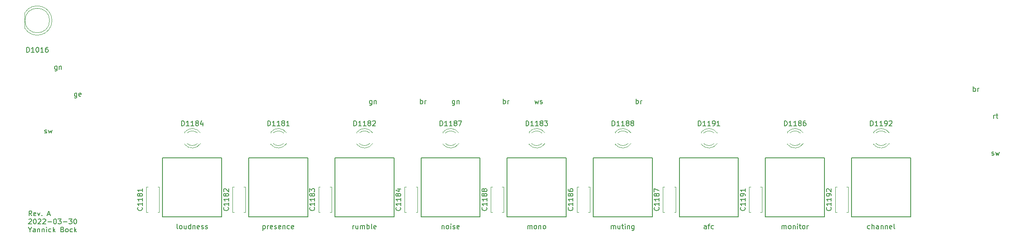
<source format=gto>
G04 #@! TF.GenerationSoftware,KiCad,Pcbnew,(5.1.7)-1*
G04 #@! TF.CreationDate,2022-09-30T21:54:46+02:00*
G04 #@! TF.ProjectId,Tipp-Tasten-Modul,54697070-2d54-4617-9374-656e2d4d6f64,rev?*
G04 #@! TF.SameCoordinates,Original*
G04 #@! TF.FileFunction,Legend,Top*
G04 #@! TF.FilePolarity,Positive*
%FSLAX46Y46*%
G04 Gerber Fmt 4.6, Leading zero omitted, Abs format (unit mm)*
G04 Created by KiCad (PCBNEW (5.1.7)-1) date 2022-09-30 21:54:46*
%MOMM*%
%LPD*%
G01*
G04 APERTURE LIST*
%ADD10C,0.150000*%
%ADD11C,0.120000*%
%ADD12C,1.600000*%
%ADD13C,2.500000*%
%ADD14C,2.250000*%
%ADD15R,1.800000X1.800000*%
%ADD16C,1.800000*%
%ADD17C,3.500000*%
G04 APERTURE END LIST*
D10*
X25657023Y-62802380D02*
X25323690Y-62326190D01*
X25085595Y-62802380D02*
X25085595Y-61802380D01*
X25466547Y-61802380D01*
X25561785Y-61850000D01*
X25609404Y-61897619D01*
X25657023Y-61992857D01*
X25657023Y-62135714D01*
X25609404Y-62230952D01*
X25561785Y-62278571D01*
X25466547Y-62326190D01*
X25085595Y-62326190D01*
X26466547Y-62754761D02*
X26371309Y-62802380D01*
X26180833Y-62802380D01*
X26085595Y-62754761D01*
X26037976Y-62659523D01*
X26037976Y-62278571D01*
X26085595Y-62183333D01*
X26180833Y-62135714D01*
X26371309Y-62135714D01*
X26466547Y-62183333D01*
X26514166Y-62278571D01*
X26514166Y-62373809D01*
X26037976Y-62469047D01*
X26847500Y-62135714D02*
X27085595Y-62802380D01*
X27323690Y-62135714D01*
X27704642Y-62707142D02*
X27752261Y-62754761D01*
X27704642Y-62802380D01*
X27657023Y-62754761D01*
X27704642Y-62707142D01*
X27704642Y-62802380D01*
X28895119Y-62516666D02*
X29371309Y-62516666D01*
X28799880Y-62802380D02*
X29133214Y-61802380D01*
X29466547Y-62802380D01*
X25037976Y-63547619D02*
X25085595Y-63500000D01*
X25180833Y-63452380D01*
X25418928Y-63452380D01*
X25514166Y-63500000D01*
X25561785Y-63547619D01*
X25609404Y-63642857D01*
X25609404Y-63738095D01*
X25561785Y-63880952D01*
X24990357Y-64452380D01*
X25609404Y-64452380D01*
X26228452Y-63452380D02*
X26323690Y-63452380D01*
X26418928Y-63500000D01*
X26466547Y-63547619D01*
X26514166Y-63642857D01*
X26561785Y-63833333D01*
X26561785Y-64071428D01*
X26514166Y-64261904D01*
X26466547Y-64357142D01*
X26418928Y-64404761D01*
X26323690Y-64452380D01*
X26228452Y-64452380D01*
X26133214Y-64404761D01*
X26085595Y-64357142D01*
X26037976Y-64261904D01*
X25990357Y-64071428D01*
X25990357Y-63833333D01*
X26037976Y-63642857D01*
X26085595Y-63547619D01*
X26133214Y-63500000D01*
X26228452Y-63452380D01*
X26942738Y-63547619D02*
X26990357Y-63500000D01*
X27085595Y-63452380D01*
X27323690Y-63452380D01*
X27418928Y-63500000D01*
X27466547Y-63547619D01*
X27514166Y-63642857D01*
X27514166Y-63738095D01*
X27466547Y-63880952D01*
X26895119Y-64452380D01*
X27514166Y-64452380D01*
X27895119Y-63547619D02*
X27942738Y-63500000D01*
X28037976Y-63452380D01*
X28276071Y-63452380D01*
X28371309Y-63500000D01*
X28418928Y-63547619D01*
X28466547Y-63642857D01*
X28466547Y-63738095D01*
X28418928Y-63880952D01*
X27847500Y-64452380D01*
X28466547Y-64452380D01*
X28895119Y-64071428D02*
X29657023Y-64071428D01*
X30323690Y-63452380D02*
X30418928Y-63452380D01*
X30514166Y-63500000D01*
X30561785Y-63547619D01*
X30609404Y-63642857D01*
X30657023Y-63833333D01*
X30657023Y-64071428D01*
X30609404Y-64261904D01*
X30561785Y-64357142D01*
X30514166Y-64404761D01*
X30418928Y-64452380D01*
X30323690Y-64452380D01*
X30228452Y-64404761D01*
X30180833Y-64357142D01*
X30133214Y-64261904D01*
X30085595Y-64071428D01*
X30085595Y-63833333D01*
X30133214Y-63642857D01*
X30180833Y-63547619D01*
X30228452Y-63500000D01*
X30323690Y-63452380D01*
X30990357Y-63452380D02*
X31609404Y-63452380D01*
X31276071Y-63833333D01*
X31418928Y-63833333D01*
X31514166Y-63880952D01*
X31561785Y-63928571D01*
X31609404Y-64023809D01*
X31609404Y-64261904D01*
X31561785Y-64357142D01*
X31514166Y-64404761D01*
X31418928Y-64452380D01*
X31133214Y-64452380D01*
X31037976Y-64404761D01*
X30990357Y-64357142D01*
X32037976Y-64071428D02*
X32799880Y-64071428D01*
X33180833Y-63452380D02*
X33799880Y-63452380D01*
X33466547Y-63833333D01*
X33609404Y-63833333D01*
X33704642Y-63880952D01*
X33752261Y-63928571D01*
X33799880Y-64023809D01*
X33799880Y-64261904D01*
X33752261Y-64357142D01*
X33704642Y-64404761D01*
X33609404Y-64452380D01*
X33323690Y-64452380D01*
X33228452Y-64404761D01*
X33180833Y-64357142D01*
X34418928Y-63452380D02*
X34514166Y-63452380D01*
X34609404Y-63500000D01*
X34657023Y-63547619D01*
X34704642Y-63642857D01*
X34752261Y-63833333D01*
X34752261Y-64071428D01*
X34704642Y-64261904D01*
X34657023Y-64357142D01*
X34609404Y-64404761D01*
X34514166Y-64452380D01*
X34418928Y-64452380D01*
X34323690Y-64404761D01*
X34276071Y-64357142D01*
X34228452Y-64261904D01*
X34180833Y-64071428D01*
X34180833Y-63833333D01*
X34228452Y-63642857D01*
X34276071Y-63547619D01*
X34323690Y-63500000D01*
X34418928Y-63452380D01*
X25276071Y-65626190D02*
X25276071Y-66102380D01*
X24942738Y-65102380D02*
X25276071Y-65626190D01*
X25609404Y-65102380D01*
X26371309Y-66102380D02*
X26371309Y-65578571D01*
X26323690Y-65483333D01*
X26228452Y-65435714D01*
X26037976Y-65435714D01*
X25942738Y-65483333D01*
X26371309Y-66054761D02*
X26276071Y-66102380D01*
X26037976Y-66102380D01*
X25942738Y-66054761D01*
X25895119Y-65959523D01*
X25895119Y-65864285D01*
X25942738Y-65769047D01*
X26037976Y-65721428D01*
X26276071Y-65721428D01*
X26371309Y-65673809D01*
X26847500Y-65435714D02*
X26847500Y-66102380D01*
X26847500Y-65530952D02*
X26895119Y-65483333D01*
X26990357Y-65435714D01*
X27133214Y-65435714D01*
X27228452Y-65483333D01*
X27276071Y-65578571D01*
X27276071Y-66102380D01*
X27752261Y-65435714D02*
X27752261Y-66102380D01*
X27752261Y-65530952D02*
X27799880Y-65483333D01*
X27895119Y-65435714D01*
X28037976Y-65435714D01*
X28133214Y-65483333D01*
X28180833Y-65578571D01*
X28180833Y-66102380D01*
X28657023Y-66102380D02*
X28657023Y-65435714D01*
X28657023Y-65102380D02*
X28609404Y-65150000D01*
X28657023Y-65197619D01*
X28704642Y-65150000D01*
X28657023Y-65102380D01*
X28657023Y-65197619D01*
X29561785Y-66054761D02*
X29466547Y-66102380D01*
X29276071Y-66102380D01*
X29180833Y-66054761D01*
X29133214Y-66007142D01*
X29085595Y-65911904D01*
X29085595Y-65626190D01*
X29133214Y-65530952D01*
X29180833Y-65483333D01*
X29276071Y-65435714D01*
X29466547Y-65435714D01*
X29561785Y-65483333D01*
X29990357Y-66102380D02*
X29990357Y-65102380D01*
X30085595Y-65721428D02*
X30371309Y-66102380D01*
X30371309Y-65435714D02*
X29990357Y-65816666D01*
X31895119Y-65578571D02*
X32037976Y-65626190D01*
X32085595Y-65673809D01*
X32133214Y-65769047D01*
X32133214Y-65911904D01*
X32085595Y-66007142D01*
X32037976Y-66054761D01*
X31942738Y-66102380D01*
X31561785Y-66102380D01*
X31561785Y-65102380D01*
X31895119Y-65102380D01*
X31990357Y-65150000D01*
X32037976Y-65197619D01*
X32085595Y-65292857D01*
X32085595Y-65388095D01*
X32037976Y-65483333D01*
X31990357Y-65530952D01*
X31895119Y-65578571D01*
X31561785Y-65578571D01*
X32704642Y-66102380D02*
X32609404Y-66054761D01*
X32561785Y-66007142D01*
X32514166Y-65911904D01*
X32514166Y-65626190D01*
X32561785Y-65530952D01*
X32609404Y-65483333D01*
X32704642Y-65435714D01*
X32847500Y-65435714D01*
X32942738Y-65483333D01*
X32990357Y-65530952D01*
X33037976Y-65626190D01*
X33037976Y-65911904D01*
X32990357Y-66007142D01*
X32942738Y-66054761D01*
X32847500Y-66102380D01*
X32704642Y-66102380D01*
X33895119Y-66054761D02*
X33799880Y-66102380D01*
X33609404Y-66102380D01*
X33514166Y-66054761D01*
X33466547Y-66007142D01*
X33418928Y-65911904D01*
X33418928Y-65626190D01*
X33466547Y-65530952D01*
X33514166Y-65483333D01*
X33609404Y-65435714D01*
X33799880Y-65435714D01*
X33895119Y-65483333D01*
X34323690Y-66102380D02*
X34323690Y-65102380D01*
X34418928Y-65721428D02*
X34704642Y-66102380D01*
X34704642Y-65435714D02*
X34323690Y-65816666D01*
X195988095Y-65404761D02*
X195892857Y-65452380D01*
X195702380Y-65452380D01*
X195607142Y-65404761D01*
X195559523Y-65357142D01*
X195511904Y-65261904D01*
X195511904Y-64976190D01*
X195559523Y-64880952D01*
X195607142Y-64833333D01*
X195702380Y-64785714D01*
X195892857Y-64785714D01*
X195988095Y-64833333D01*
X196416666Y-65452380D02*
X196416666Y-64452380D01*
X196845238Y-65452380D02*
X196845238Y-64928571D01*
X196797619Y-64833333D01*
X196702380Y-64785714D01*
X196559523Y-64785714D01*
X196464285Y-64833333D01*
X196416666Y-64880952D01*
X197750000Y-65452380D02*
X197750000Y-64928571D01*
X197702380Y-64833333D01*
X197607142Y-64785714D01*
X197416666Y-64785714D01*
X197321428Y-64833333D01*
X197750000Y-65404761D02*
X197654761Y-65452380D01*
X197416666Y-65452380D01*
X197321428Y-65404761D01*
X197273809Y-65309523D01*
X197273809Y-65214285D01*
X197321428Y-65119047D01*
X197416666Y-65071428D01*
X197654761Y-65071428D01*
X197750000Y-65023809D01*
X198226190Y-64785714D02*
X198226190Y-65452380D01*
X198226190Y-64880952D02*
X198273809Y-64833333D01*
X198369047Y-64785714D01*
X198511904Y-64785714D01*
X198607142Y-64833333D01*
X198654761Y-64928571D01*
X198654761Y-65452380D01*
X199130952Y-64785714D02*
X199130952Y-65452380D01*
X199130952Y-64880952D02*
X199178571Y-64833333D01*
X199273809Y-64785714D01*
X199416666Y-64785714D01*
X199511904Y-64833333D01*
X199559523Y-64928571D01*
X199559523Y-65452380D01*
X200416666Y-65404761D02*
X200321428Y-65452380D01*
X200130952Y-65452380D01*
X200035714Y-65404761D01*
X199988095Y-65309523D01*
X199988095Y-64928571D01*
X200035714Y-64833333D01*
X200130952Y-64785714D01*
X200321428Y-64785714D01*
X200416666Y-64833333D01*
X200464285Y-64928571D01*
X200464285Y-65023809D01*
X199988095Y-65119047D01*
X201035714Y-65452380D02*
X200940476Y-65404761D01*
X200892857Y-65309523D01*
X200892857Y-64452380D01*
X178130952Y-65452380D02*
X178130952Y-64785714D01*
X178130952Y-64880952D02*
X178178571Y-64833333D01*
X178273809Y-64785714D01*
X178416666Y-64785714D01*
X178511904Y-64833333D01*
X178559523Y-64928571D01*
X178559523Y-65452380D01*
X178559523Y-64928571D02*
X178607142Y-64833333D01*
X178702380Y-64785714D01*
X178845238Y-64785714D01*
X178940476Y-64833333D01*
X178988095Y-64928571D01*
X178988095Y-65452380D01*
X179607142Y-65452380D02*
X179511904Y-65404761D01*
X179464285Y-65357142D01*
X179416666Y-65261904D01*
X179416666Y-64976190D01*
X179464285Y-64880952D01*
X179511904Y-64833333D01*
X179607142Y-64785714D01*
X179750000Y-64785714D01*
X179845238Y-64833333D01*
X179892857Y-64880952D01*
X179940476Y-64976190D01*
X179940476Y-65261904D01*
X179892857Y-65357142D01*
X179845238Y-65404761D01*
X179750000Y-65452380D01*
X179607142Y-65452380D01*
X180369047Y-64785714D02*
X180369047Y-65452380D01*
X180369047Y-64880952D02*
X180416666Y-64833333D01*
X180511904Y-64785714D01*
X180654761Y-64785714D01*
X180750000Y-64833333D01*
X180797619Y-64928571D01*
X180797619Y-65452380D01*
X181273809Y-65452380D02*
X181273809Y-64785714D01*
X181273809Y-64452380D02*
X181226190Y-64500000D01*
X181273809Y-64547619D01*
X181321428Y-64500000D01*
X181273809Y-64452380D01*
X181273809Y-64547619D01*
X181607142Y-64785714D02*
X181988095Y-64785714D01*
X181750000Y-64452380D02*
X181750000Y-65309523D01*
X181797619Y-65404761D01*
X181892857Y-65452380D01*
X181988095Y-65452380D01*
X182464285Y-65452380D02*
X182369047Y-65404761D01*
X182321428Y-65357142D01*
X182273809Y-65261904D01*
X182273809Y-64976190D01*
X182321428Y-64880952D01*
X182369047Y-64833333D01*
X182464285Y-64785714D01*
X182607142Y-64785714D01*
X182702380Y-64833333D01*
X182750000Y-64880952D01*
X182797619Y-64976190D01*
X182797619Y-65261904D01*
X182750000Y-65357142D01*
X182702380Y-65404761D01*
X182607142Y-65452380D01*
X182464285Y-65452380D01*
X183226190Y-65452380D02*
X183226190Y-64785714D01*
X183226190Y-64976190D02*
X183273809Y-64880952D01*
X183321428Y-64833333D01*
X183416666Y-64785714D01*
X183511904Y-64785714D01*
X162750000Y-65452380D02*
X162750000Y-64928571D01*
X162702380Y-64833333D01*
X162607142Y-64785714D01*
X162416666Y-64785714D01*
X162321428Y-64833333D01*
X162750000Y-65404761D02*
X162654761Y-65452380D01*
X162416666Y-65452380D01*
X162321428Y-65404761D01*
X162273809Y-65309523D01*
X162273809Y-65214285D01*
X162321428Y-65119047D01*
X162416666Y-65071428D01*
X162654761Y-65071428D01*
X162750000Y-65023809D01*
X163083333Y-64785714D02*
X163464285Y-64785714D01*
X163226190Y-65452380D02*
X163226190Y-64595238D01*
X163273809Y-64500000D01*
X163369047Y-64452380D01*
X163464285Y-64452380D01*
X164226190Y-65404761D02*
X164130952Y-65452380D01*
X163940476Y-65452380D01*
X163845238Y-65404761D01*
X163797619Y-65357142D01*
X163750000Y-65261904D01*
X163750000Y-64976190D01*
X163797619Y-64880952D01*
X163845238Y-64833333D01*
X163940476Y-64785714D01*
X164130952Y-64785714D01*
X164226190Y-64833333D01*
X143440476Y-65452380D02*
X143440476Y-64785714D01*
X143440476Y-64880952D02*
X143488095Y-64833333D01*
X143583333Y-64785714D01*
X143726190Y-64785714D01*
X143821428Y-64833333D01*
X143869047Y-64928571D01*
X143869047Y-65452380D01*
X143869047Y-64928571D02*
X143916666Y-64833333D01*
X144011904Y-64785714D01*
X144154761Y-64785714D01*
X144250000Y-64833333D01*
X144297619Y-64928571D01*
X144297619Y-65452380D01*
X145202380Y-64785714D02*
X145202380Y-65452380D01*
X144773809Y-64785714D02*
X144773809Y-65309523D01*
X144821428Y-65404761D01*
X144916666Y-65452380D01*
X145059523Y-65452380D01*
X145154761Y-65404761D01*
X145202380Y-65357142D01*
X145535714Y-64785714D02*
X145916666Y-64785714D01*
X145678571Y-64452380D02*
X145678571Y-65309523D01*
X145726190Y-65404761D01*
X145821428Y-65452380D01*
X145916666Y-65452380D01*
X146250000Y-65452380D02*
X146250000Y-64785714D01*
X146250000Y-64452380D02*
X146202380Y-64500000D01*
X146250000Y-64547619D01*
X146297619Y-64500000D01*
X146250000Y-64452380D01*
X146250000Y-64547619D01*
X146726190Y-64785714D02*
X146726190Y-65452380D01*
X146726190Y-64880952D02*
X146773809Y-64833333D01*
X146869047Y-64785714D01*
X147011904Y-64785714D01*
X147107142Y-64833333D01*
X147154761Y-64928571D01*
X147154761Y-65452380D01*
X148059523Y-64785714D02*
X148059523Y-65595238D01*
X148011904Y-65690476D01*
X147964285Y-65738095D01*
X147869047Y-65785714D01*
X147726190Y-65785714D01*
X147630952Y-65738095D01*
X148059523Y-65404761D02*
X147964285Y-65452380D01*
X147773809Y-65452380D01*
X147678571Y-65404761D01*
X147630952Y-65357142D01*
X147583333Y-65261904D01*
X147583333Y-64976190D01*
X147630952Y-64880952D01*
X147678571Y-64833333D01*
X147773809Y-64785714D01*
X147964285Y-64785714D01*
X148059523Y-64833333D01*
X126464285Y-65452380D02*
X126464285Y-64785714D01*
X126464285Y-64880952D02*
X126511904Y-64833333D01*
X126607142Y-64785714D01*
X126750000Y-64785714D01*
X126845238Y-64833333D01*
X126892857Y-64928571D01*
X126892857Y-65452380D01*
X126892857Y-64928571D02*
X126940476Y-64833333D01*
X127035714Y-64785714D01*
X127178571Y-64785714D01*
X127273809Y-64833333D01*
X127321428Y-64928571D01*
X127321428Y-65452380D01*
X127940476Y-65452380D02*
X127845238Y-65404761D01*
X127797619Y-65357142D01*
X127750000Y-65261904D01*
X127750000Y-64976190D01*
X127797619Y-64880952D01*
X127845238Y-64833333D01*
X127940476Y-64785714D01*
X128083333Y-64785714D01*
X128178571Y-64833333D01*
X128226190Y-64880952D01*
X128273809Y-64976190D01*
X128273809Y-65261904D01*
X128226190Y-65357142D01*
X128178571Y-65404761D01*
X128083333Y-65452380D01*
X127940476Y-65452380D01*
X128702380Y-64785714D02*
X128702380Y-65452380D01*
X128702380Y-64880952D02*
X128750000Y-64833333D01*
X128845238Y-64785714D01*
X128988095Y-64785714D01*
X129083333Y-64833333D01*
X129130952Y-64928571D01*
X129130952Y-65452380D01*
X129750000Y-65452380D02*
X129654761Y-65404761D01*
X129607142Y-65357142D01*
X129559523Y-65261904D01*
X129559523Y-64976190D01*
X129607142Y-64880952D01*
X129654761Y-64833333D01*
X129750000Y-64785714D01*
X129892857Y-64785714D01*
X129988095Y-64833333D01*
X130035714Y-64880952D01*
X130083333Y-64976190D01*
X130083333Y-65261904D01*
X130035714Y-65357142D01*
X129988095Y-65404761D01*
X129892857Y-65452380D01*
X129750000Y-65452380D01*
X109011904Y-64785714D02*
X109011904Y-65452380D01*
X109011904Y-64880952D02*
X109059523Y-64833333D01*
X109154761Y-64785714D01*
X109297619Y-64785714D01*
X109392857Y-64833333D01*
X109440476Y-64928571D01*
X109440476Y-65452380D01*
X110059523Y-65452380D02*
X109964285Y-65404761D01*
X109916666Y-65357142D01*
X109869047Y-65261904D01*
X109869047Y-64976190D01*
X109916666Y-64880952D01*
X109964285Y-64833333D01*
X110059523Y-64785714D01*
X110202380Y-64785714D01*
X110297619Y-64833333D01*
X110345238Y-64880952D01*
X110392857Y-64976190D01*
X110392857Y-65261904D01*
X110345238Y-65357142D01*
X110297619Y-65404761D01*
X110202380Y-65452380D01*
X110059523Y-65452380D01*
X110821428Y-65452380D02*
X110821428Y-64785714D01*
X110821428Y-64452380D02*
X110773809Y-64500000D01*
X110821428Y-64547619D01*
X110869047Y-64500000D01*
X110821428Y-64452380D01*
X110821428Y-64547619D01*
X111250000Y-65404761D02*
X111345238Y-65452380D01*
X111535714Y-65452380D01*
X111630952Y-65404761D01*
X111678571Y-65309523D01*
X111678571Y-65261904D01*
X111630952Y-65166666D01*
X111535714Y-65119047D01*
X111392857Y-65119047D01*
X111297619Y-65071428D01*
X111250000Y-64976190D01*
X111250000Y-64928571D01*
X111297619Y-64833333D01*
X111392857Y-64785714D01*
X111535714Y-64785714D01*
X111630952Y-64833333D01*
X112488095Y-65404761D02*
X112392857Y-65452380D01*
X112202380Y-65452380D01*
X112107142Y-65404761D01*
X112059523Y-65309523D01*
X112059523Y-64928571D01*
X112107142Y-64833333D01*
X112202380Y-64785714D01*
X112392857Y-64785714D01*
X112488095Y-64833333D01*
X112535714Y-64928571D01*
X112535714Y-65023809D01*
X112059523Y-65119047D01*
X90916666Y-65452380D02*
X90916666Y-64785714D01*
X90916666Y-64976190D02*
X90964285Y-64880952D01*
X91011904Y-64833333D01*
X91107142Y-64785714D01*
X91202380Y-64785714D01*
X91964285Y-64785714D02*
X91964285Y-65452380D01*
X91535714Y-64785714D02*
X91535714Y-65309523D01*
X91583333Y-65404761D01*
X91678571Y-65452380D01*
X91821428Y-65452380D01*
X91916666Y-65404761D01*
X91964285Y-65357142D01*
X92440476Y-65452380D02*
X92440476Y-64785714D01*
X92440476Y-64880952D02*
X92488095Y-64833333D01*
X92583333Y-64785714D01*
X92726190Y-64785714D01*
X92821428Y-64833333D01*
X92869047Y-64928571D01*
X92869047Y-65452380D01*
X92869047Y-64928571D02*
X92916666Y-64833333D01*
X93011904Y-64785714D01*
X93154761Y-64785714D01*
X93250000Y-64833333D01*
X93297619Y-64928571D01*
X93297619Y-65452380D01*
X93773809Y-65452380D02*
X93773809Y-64452380D01*
X93773809Y-64833333D02*
X93869047Y-64785714D01*
X94059523Y-64785714D01*
X94154761Y-64833333D01*
X94202380Y-64880952D01*
X94250000Y-64976190D01*
X94250000Y-65261904D01*
X94202380Y-65357142D01*
X94154761Y-65404761D01*
X94059523Y-65452380D01*
X93869047Y-65452380D01*
X93773809Y-65404761D01*
X94821428Y-65452380D02*
X94726190Y-65404761D01*
X94678571Y-65309523D01*
X94678571Y-64452380D01*
X95583333Y-65404761D02*
X95488095Y-65452380D01*
X95297619Y-65452380D01*
X95202380Y-65404761D01*
X95154761Y-65309523D01*
X95154761Y-64928571D01*
X95202380Y-64833333D01*
X95297619Y-64785714D01*
X95488095Y-64785714D01*
X95583333Y-64833333D01*
X95630952Y-64928571D01*
X95630952Y-65023809D01*
X95154761Y-65119047D01*
X72654761Y-64785714D02*
X72654761Y-65785714D01*
X72654761Y-64833333D02*
X72750000Y-64785714D01*
X72940476Y-64785714D01*
X73035714Y-64833333D01*
X73083333Y-64880952D01*
X73130952Y-64976190D01*
X73130952Y-65261904D01*
X73083333Y-65357142D01*
X73035714Y-65404761D01*
X72940476Y-65452380D01*
X72750000Y-65452380D01*
X72654761Y-65404761D01*
X73559523Y-65452380D02*
X73559523Y-64785714D01*
X73559523Y-64976190D02*
X73607142Y-64880952D01*
X73654761Y-64833333D01*
X73750000Y-64785714D01*
X73845238Y-64785714D01*
X74559523Y-65404761D02*
X74464285Y-65452380D01*
X74273809Y-65452380D01*
X74178571Y-65404761D01*
X74130952Y-65309523D01*
X74130952Y-64928571D01*
X74178571Y-64833333D01*
X74273809Y-64785714D01*
X74464285Y-64785714D01*
X74559523Y-64833333D01*
X74607142Y-64928571D01*
X74607142Y-65023809D01*
X74130952Y-65119047D01*
X74988095Y-65404761D02*
X75083333Y-65452380D01*
X75273809Y-65452380D01*
X75369047Y-65404761D01*
X75416666Y-65309523D01*
X75416666Y-65261904D01*
X75369047Y-65166666D01*
X75273809Y-65119047D01*
X75130952Y-65119047D01*
X75035714Y-65071428D01*
X74988095Y-64976190D01*
X74988095Y-64928571D01*
X75035714Y-64833333D01*
X75130952Y-64785714D01*
X75273809Y-64785714D01*
X75369047Y-64833333D01*
X76226190Y-65404761D02*
X76130952Y-65452380D01*
X75940476Y-65452380D01*
X75845238Y-65404761D01*
X75797619Y-65309523D01*
X75797619Y-64928571D01*
X75845238Y-64833333D01*
X75940476Y-64785714D01*
X76130952Y-64785714D01*
X76226190Y-64833333D01*
X76273809Y-64928571D01*
X76273809Y-65023809D01*
X75797619Y-65119047D01*
X76702380Y-64785714D02*
X76702380Y-65452380D01*
X76702380Y-64880952D02*
X76750000Y-64833333D01*
X76845238Y-64785714D01*
X76988095Y-64785714D01*
X77083333Y-64833333D01*
X77130952Y-64928571D01*
X77130952Y-65452380D01*
X78035714Y-65404761D02*
X77940476Y-65452380D01*
X77750000Y-65452380D01*
X77654761Y-65404761D01*
X77607142Y-65357142D01*
X77559523Y-65261904D01*
X77559523Y-64976190D01*
X77607142Y-64880952D01*
X77654761Y-64833333D01*
X77750000Y-64785714D01*
X77940476Y-64785714D01*
X78035714Y-64833333D01*
X78845238Y-65404761D02*
X78750000Y-65452380D01*
X78559523Y-65452380D01*
X78464285Y-65404761D01*
X78416666Y-65309523D01*
X78416666Y-64928571D01*
X78464285Y-64833333D01*
X78559523Y-64785714D01*
X78750000Y-64785714D01*
X78845238Y-64833333D01*
X78892857Y-64928571D01*
X78892857Y-65023809D01*
X78416666Y-65119047D01*
X55321428Y-65452380D02*
X55226190Y-65404761D01*
X55178571Y-65309523D01*
X55178571Y-64452380D01*
X55845238Y-65452380D02*
X55750000Y-65404761D01*
X55702380Y-65357142D01*
X55654761Y-65261904D01*
X55654761Y-64976190D01*
X55702380Y-64880952D01*
X55750000Y-64833333D01*
X55845238Y-64785714D01*
X55988095Y-64785714D01*
X56083333Y-64833333D01*
X56130952Y-64880952D01*
X56178571Y-64976190D01*
X56178571Y-65261904D01*
X56130952Y-65357142D01*
X56083333Y-65404761D01*
X55988095Y-65452380D01*
X55845238Y-65452380D01*
X57035714Y-64785714D02*
X57035714Y-65452380D01*
X56607142Y-64785714D02*
X56607142Y-65309523D01*
X56654761Y-65404761D01*
X56750000Y-65452380D01*
X56892857Y-65452380D01*
X56988095Y-65404761D01*
X57035714Y-65357142D01*
X57940476Y-65452380D02*
X57940476Y-64452380D01*
X57940476Y-65404761D02*
X57845238Y-65452380D01*
X57654761Y-65452380D01*
X57559523Y-65404761D01*
X57511904Y-65357142D01*
X57464285Y-65261904D01*
X57464285Y-64976190D01*
X57511904Y-64880952D01*
X57559523Y-64833333D01*
X57654761Y-64785714D01*
X57845238Y-64785714D01*
X57940476Y-64833333D01*
X58416666Y-64785714D02*
X58416666Y-65452380D01*
X58416666Y-64880952D02*
X58464285Y-64833333D01*
X58559523Y-64785714D01*
X58702380Y-64785714D01*
X58797619Y-64833333D01*
X58845238Y-64928571D01*
X58845238Y-65452380D01*
X59702380Y-65404761D02*
X59607142Y-65452380D01*
X59416666Y-65452380D01*
X59321428Y-65404761D01*
X59273809Y-65309523D01*
X59273809Y-64928571D01*
X59321428Y-64833333D01*
X59416666Y-64785714D01*
X59607142Y-64785714D01*
X59702380Y-64833333D01*
X59750000Y-64928571D01*
X59750000Y-65023809D01*
X59273809Y-65119047D01*
X60130952Y-65404761D02*
X60226190Y-65452380D01*
X60416666Y-65452380D01*
X60511904Y-65404761D01*
X60559523Y-65309523D01*
X60559523Y-65261904D01*
X60511904Y-65166666D01*
X60416666Y-65119047D01*
X60273809Y-65119047D01*
X60178571Y-65071428D01*
X60130952Y-64976190D01*
X60130952Y-64928571D01*
X60178571Y-64833333D01*
X60273809Y-64785714D01*
X60416666Y-64785714D01*
X60511904Y-64833333D01*
X60940476Y-65404761D02*
X61035714Y-65452380D01*
X61226190Y-65452380D01*
X61321428Y-65404761D01*
X61369047Y-65309523D01*
X61369047Y-65261904D01*
X61321428Y-65166666D01*
X61226190Y-65119047D01*
X61083333Y-65119047D01*
X60988095Y-65071428D01*
X60940476Y-64976190D01*
X60940476Y-64928571D01*
X60988095Y-64833333D01*
X61083333Y-64785714D01*
X61226190Y-64785714D01*
X61321428Y-64833333D01*
X148476190Y-39952380D02*
X148476190Y-38952380D01*
X148476190Y-39333333D02*
X148571428Y-39285714D01*
X148761904Y-39285714D01*
X148857142Y-39333333D01*
X148904761Y-39380952D01*
X148952380Y-39476190D01*
X148952380Y-39761904D01*
X148904761Y-39857142D01*
X148857142Y-39904761D01*
X148761904Y-39952380D01*
X148571428Y-39952380D01*
X148476190Y-39904761D01*
X149380952Y-39952380D02*
X149380952Y-39285714D01*
X149380952Y-39476190D02*
X149428571Y-39380952D01*
X149476190Y-39333333D01*
X149571428Y-39285714D01*
X149666666Y-39285714D01*
X127894285Y-39285714D02*
X128084761Y-39952380D01*
X128275238Y-39476190D01*
X128465714Y-39952380D01*
X128656190Y-39285714D01*
X128989523Y-39904761D02*
X129084761Y-39952380D01*
X129275238Y-39952380D01*
X129370476Y-39904761D01*
X129418095Y-39809523D01*
X129418095Y-39761904D01*
X129370476Y-39666666D01*
X129275238Y-39619047D01*
X129132380Y-39619047D01*
X129037142Y-39571428D01*
X128989523Y-39476190D01*
X128989523Y-39428571D01*
X129037142Y-39333333D01*
X129132380Y-39285714D01*
X129275238Y-39285714D01*
X129370476Y-39333333D01*
X121476190Y-39952380D02*
X121476190Y-38952380D01*
X121476190Y-39333333D02*
X121571428Y-39285714D01*
X121761904Y-39285714D01*
X121857142Y-39333333D01*
X121904761Y-39380952D01*
X121952380Y-39476190D01*
X121952380Y-39761904D01*
X121904761Y-39857142D01*
X121857142Y-39904761D01*
X121761904Y-39952380D01*
X121571428Y-39952380D01*
X121476190Y-39904761D01*
X122380952Y-39952380D02*
X122380952Y-39285714D01*
X122380952Y-39476190D02*
X122428571Y-39380952D01*
X122476190Y-39333333D01*
X122571428Y-39285714D01*
X122666666Y-39285714D01*
X111601904Y-39285714D02*
X111601904Y-40095238D01*
X111554285Y-40190476D01*
X111506666Y-40238095D01*
X111411428Y-40285714D01*
X111268571Y-40285714D01*
X111173333Y-40238095D01*
X111601904Y-39904761D02*
X111506666Y-39952380D01*
X111316190Y-39952380D01*
X111220952Y-39904761D01*
X111173333Y-39857142D01*
X111125714Y-39761904D01*
X111125714Y-39476190D01*
X111173333Y-39380952D01*
X111220952Y-39333333D01*
X111316190Y-39285714D01*
X111506666Y-39285714D01*
X111601904Y-39333333D01*
X112078095Y-39285714D02*
X112078095Y-39952380D01*
X112078095Y-39380952D02*
X112125714Y-39333333D01*
X112220952Y-39285714D01*
X112363809Y-39285714D01*
X112459047Y-39333333D01*
X112506666Y-39428571D01*
X112506666Y-39952380D01*
X104636190Y-39952380D02*
X104636190Y-38952380D01*
X104636190Y-39333333D02*
X104731428Y-39285714D01*
X104921904Y-39285714D01*
X105017142Y-39333333D01*
X105064761Y-39380952D01*
X105112380Y-39476190D01*
X105112380Y-39761904D01*
X105064761Y-39857142D01*
X105017142Y-39904761D01*
X104921904Y-39952380D01*
X104731428Y-39952380D01*
X104636190Y-39904761D01*
X105540952Y-39952380D02*
X105540952Y-39285714D01*
X105540952Y-39476190D02*
X105588571Y-39380952D01*
X105636190Y-39333333D01*
X105731428Y-39285714D01*
X105826666Y-39285714D01*
X94761904Y-39285714D02*
X94761904Y-40095238D01*
X94714285Y-40190476D01*
X94666666Y-40238095D01*
X94571428Y-40285714D01*
X94428571Y-40285714D01*
X94333333Y-40238095D01*
X94761904Y-39904761D02*
X94666666Y-39952380D01*
X94476190Y-39952380D01*
X94380952Y-39904761D01*
X94333333Y-39857142D01*
X94285714Y-39761904D01*
X94285714Y-39476190D01*
X94333333Y-39380952D01*
X94380952Y-39333333D01*
X94476190Y-39285714D01*
X94666666Y-39285714D01*
X94761904Y-39333333D01*
X95238095Y-39285714D02*
X95238095Y-39952380D01*
X95238095Y-39380952D02*
X95285714Y-39333333D01*
X95380952Y-39285714D01*
X95523809Y-39285714D01*
X95619047Y-39333333D01*
X95666666Y-39428571D01*
X95666666Y-39952380D01*
X28261904Y-45904761D02*
X28357142Y-45952380D01*
X28547619Y-45952380D01*
X28642857Y-45904761D01*
X28690476Y-45809523D01*
X28690476Y-45761904D01*
X28642857Y-45666666D01*
X28547619Y-45619047D01*
X28404761Y-45619047D01*
X28309523Y-45571428D01*
X28261904Y-45476190D01*
X28261904Y-45428571D01*
X28309523Y-45333333D01*
X28404761Y-45285714D01*
X28547619Y-45285714D01*
X28642857Y-45333333D01*
X29023809Y-45285714D02*
X29214285Y-45952380D01*
X29404761Y-45476190D01*
X29595238Y-45952380D01*
X29785714Y-45285714D01*
X34785714Y-37785714D02*
X34785714Y-38595238D01*
X34738095Y-38690476D01*
X34690476Y-38738095D01*
X34595238Y-38785714D01*
X34452380Y-38785714D01*
X34357142Y-38738095D01*
X34785714Y-38404761D02*
X34690476Y-38452380D01*
X34500000Y-38452380D01*
X34404761Y-38404761D01*
X34357142Y-38357142D01*
X34309523Y-38261904D01*
X34309523Y-37976190D01*
X34357142Y-37880952D01*
X34404761Y-37833333D01*
X34500000Y-37785714D01*
X34690476Y-37785714D01*
X34785714Y-37833333D01*
X35642857Y-38404761D02*
X35547619Y-38452380D01*
X35357142Y-38452380D01*
X35261904Y-38404761D01*
X35214285Y-38309523D01*
X35214285Y-37928571D01*
X35261904Y-37833333D01*
X35357142Y-37785714D01*
X35547619Y-37785714D01*
X35642857Y-37833333D01*
X35690476Y-37928571D01*
X35690476Y-38023809D01*
X35214285Y-38119047D01*
X30761904Y-32285714D02*
X30761904Y-33095238D01*
X30714285Y-33190476D01*
X30666666Y-33238095D01*
X30571428Y-33285714D01*
X30428571Y-33285714D01*
X30333333Y-33238095D01*
X30761904Y-32904761D02*
X30666666Y-32952380D01*
X30476190Y-32952380D01*
X30380952Y-32904761D01*
X30333333Y-32857142D01*
X30285714Y-32761904D01*
X30285714Y-32476190D01*
X30333333Y-32380952D01*
X30380952Y-32333333D01*
X30476190Y-32285714D01*
X30666666Y-32285714D01*
X30761904Y-32333333D01*
X31238095Y-32285714D02*
X31238095Y-32952380D01*
X31238095Y-32380952D02*
X31285714Y-32333333D01*
X31380952Y-32285714D01*
X31523809Y-32285714D01*
X31619047Y-32333333D01*
X31666666Y-32428571D01*
X31666666Y-32952380D01*
X220761904Y-50404761D02*
X220857142Y-50452380D01*
X221047619Y-50452380D01*
X221142857Y-50404761D01*
X221190476Y-50309523D01*
X221190476Y-50261904D01*
X221142857Y-50166666D01*
X221047619Y-50119047D01*
X220904761Y-50119047D01*
X220809523Y-50071428D01*
X220761904Y-49976190D01*
X220761904Y-49928571D01*
X220809523Y-49833333D01*
X220904761Y-49785714D01*
X221047619Y-49785714D01*
X221142857Y-49833333D01*
X221523809Y-49785714D02*
X221714285Y-50452380D01*
X221904761Y-49976190D01*
X222095238Y-50452380D01*
X222285714Y-49785714D01*
X221142857Y-42952380D02*
X221142857Y-42285714D01*
X221142857Y-42476190D02*
X221190476Y-42380952D01*
X221238095Y-42333333D01*
X221333333Y-42285714D01*
X221428571Y-42285714D01*
X221619047Y-42285714D02*
X222000000Y-42285714D01*
X221761904Y-41952380D02*
X221761904Y-42809523D01*
X221809523Y-42904761D01*
X221904761Y-42952380D01*
X222000000Y-42952380D01*
X216976190Y-37452380D02*
X216976190Y-36452380D01*
X216976190Y-36833333D02*
X217071428Y-36785714D01*
X217261904Y-36785714D01*
X217357142Y-36833333D01*
X217404761Y-36880952D01*
X217452380Y-36976190D01*
X217452380Y-37261904D01*
X217404761Y-37357142D01*
X217357142Y-37404761D01*
X217261904Y-37452380D01*
X217071428Y-37452380D01*
X216976190Y-37404761D01*
X217880952Y-37452380D02*
X217880952Y-36785714D01*
X217880952Y-36976190D02*
X217928571Y-36880952D01*
X217976190Y-36833333D01*
X218071428Y-36785714D01*
X218166666Y-36785714D01*
D11*
X188940000Y-62060000D02*
X188940000Y-56940000D01*
X191560000Y-62060000D02*
X191560000Y-56940000D01*
X188940000Y-62060000D02*
X189254000Y-62060000D01*
X191246000Y-62060000D02*
X191560000Y-62060000D01*
X188940000Y-56940000D02*
X189254000Y-56940000D01*
X191246000Y-56940000D02*
X191560000Y-56940000D01*
X171440000Y-62060000D02*
X171440000Y-56940000D01*
X174060000Y-62060000D02*
X174060000Y-56940000D01*
X171440000Y-62060000D02*
X171754000Y-62060000D01*
X173746000Y-62060000D02*
X174060000Y-62060000D01*
X171440000Y-56940000D02*
X171754000Y-56940000D01*
X173746000Y-56940000D02*
X174060000Y-56940000D01*
X118940000Y-62060000D02*
X118940000Y-56940000D01*
X121560000Y-62060000D02*
X121560000Y-56940000D01*
X118940000Y-62060000D02*
X119254000Y-62060000D01*
X121246000Y-62060000D02*
X121560000Y-62060000D01*
X118940000Y-56940000D02*
X119254000Y-56940000D01*
X121246000Y-56940000D02*
X121560000Y-56940000D01*
X153940000Y-62060000D02*
X153940000Y-56940000D01*
X156560000Y-62060000D02*
X156560000Y-56940000D01*
X153940000Y-62060000D02*
X154254000Y-62060000D01*
X156246000Y-62060000D02*
X156560000Y-62060000D01*
X153940000Y-56940000D02*
X154254000Y-56940000D01*
X156246000Y-56940000D02*
X156560000Y-56940000D01*
X136440000Y-62060000D02*
X136440000Y-56940000D01*
X139060000Y-62060000D02*
X139060000Y-56940000D01*
X136440000Y-62060000D02*
X136754000Y-62060000D01*
X138746000Y-62060000D02*
X139060000Y-62060000D01*
X136440000Y-56940000D02*
X136754000Y-56940000D01*
X138746000Y-56940000D02*
X139060000Y-56940000D01*
X101440000Y-62060000D02*
X101440000Y-56940000D01*
X104060000Y-62060000D02*
X104060000Y-56940000D01*
X101440000Y-62060000D02*
X101754000Y-62060000D01*
X103746000Y-62060000D02*
X104060000Y-62060000D01*
X101440000Y-56940000D02*
X101754000Y-56940000D01*
X103746000Y-56940000D02*
X104060000Y-56940000D01*
X83940000Y-62060000D02*
X83940000Y-56940000D01*
X86560000Y-62060000D02*
X86560000Y-56940000D01*
X83940000Y-62060000D02*
X84254000Y-62060000D01*
X86246000Y-62060000D02*
X86560000Y-62060000D01*
X83940000Y-56940000D02*
X84254000Y-56940000D01*
X86246000Y-56940000D02*
X86560000Y-56940000D01*
X66440000Y-62060000D02*
X66440000Y-56940000D01*
X69060000Y-62060000D02*
X69060000Y-56940000D01*
X66440000Y-62060000D02*
X66754000Y-62060000D01*
X68746000Y-62060000D02*
X69060000Y-62060000D01*
X66440000Y-56940000D02*
X66754000Y-56940000D01*
X68746000Y-56940000D02*
X69060000Y-56940000D01*
X48940000Y-62060000D02*
X48940000Y-56940000D01*
X51560000Y-62060000D02*
X51560000Y-56940000D01*
X48940000Y-62060000D02*
X49254000Y-62060000D01*
X51246000Y-62060000D02*
X51560000Y-62060000D01*
X48940000Y-56940000D02*
X49254000Y-56940000D01*
X51246000Y-56940000D02*
X51560000Y-56940000D01*
D10*
X64250000Y-63000000D02*
X52250000Y-63000000D01*
X52250000Y-63000000D02*
X52250000Y-51000000D01*
X52250000Y-51000000D02*
X64250000Y-51000000D01*
X64250000Y-51000000D02*
X64250000Y-63000000D01*
X204250000Y-63000000D02*
X192250000Y-63000000D01*
X192250000Y-63000000D02*
X192250000Y-51000000D01*
X192250000Y-51000000D02*
X204250000Y-51000000D01*
X204250000Y-51000000D02*
X204250000Y-63000000D01*
X99250000Y-63000000D02*
X87250000Y-63000000D01*
X87250000Y-63000000D02*
X87250000Y-51000000D01*
X87250000Y-51000000D02*
X99250000Y-51000000D01*
X99250000Y-51000000D02*
X99250000Y-63000000D01*
X116750000Y-63000000D02*
X104750000Y-63000000D01*
X104750000Y-63000000D02*
X104750000Y-51000000D01*
X104750000Y-51000000D02*
X116750000Y-51000000D01*
X116750000Y-51000000D02*
X116750000Y-63000000D01*
X151750000Y-63000000D02*
X139750000Y-63000000D01*
X139750000Y-63000000D02*
X139750000Y-51000000D01*
X139750000Y-51000000D02*
X151750000Y-51000000D01*
X151750000Y-51000000D02*
X151750000Y-63000000D01*
X169250000Y-63000000D02*
X157250000Y-63000000D01*
X157250000Y-63000000D02*
X157250000Y-51000000D01*
X157250000Y-51000000D02*
X169250000Y-51000000D01*
X169250000Y-51000000D02*
X169250000Y-63000000D01*
X134250000Y-63000000D02*
X122250000Y-63000000D01*
X122250000Y-63000000D02*
X122250000Y-51000000D01*
X122250000Y-51000000D02*
X134250000Y-51000000D01*
X134250000Y-51000000D02*
X134250000Y-63000000D01*
X186750000Y-63000000D02*
X174750000Y-63000000D01*
X174750000Y-63000000D02*
X174750000Y-51000000D01*
X174750000Y-51000000D02*
X186750000Y-51000000D01*
X186750000Y-51000000D02*
X186750000Y-63000000D01*
X81750000Y-63000000D02*
X69750000Y-63000000D01*
X69750000Y-63000000D02*
X69750000Y-51000000D01*
X69750000Y-51000000D02*
X81750000Y-51000000D01*
X81750000Y-51000000D02*
X81750000Y-63000000D01*
D11*
X74210000Y-45764000D02*
X74210000Y-45920000D01*
X74210000Y-48080000D02*
X74210000Y-48236000D01*
X77442335Y-45921392D02*
G75*
G03*
X74210000Y-45764484I-1672335J-1078608D01*
G01*
X77442335Y-48078608D02*
G75*
G02*
X74210000Y-48235516I-1672335J1078608D01*
G01*
X76811130Y-45920163D02*
G75*
G03*
X74729039Y-45920000I-1041130J-1079837D01*
G01*
X76811130Y-48079837D02*
G75*
G02*
X74729039Y-48080000I-1041130J1079837D01*
G01*
X196710000Y-45764000D02*
X196710000Y-45920000D01*
X196710000Y-48080000D02*
X196710000Y-48236000D01*
X199942335Y-45921392D02*
G75*
G03*
X196710000Y-45764484I-1672335J-1078608D01*
G01*
X199942335Y-48078608D02*
G75*
G02*
X196710000Y-48235516I-1672335J1078608D01*
G01*
X199311130Y-45920163D02*
G75*
G03*
X197229039Y-45920000I-1041130J-1079837D01*
G01*
X199311130Y-48079837D02*
G75*
G02*
X197229039Y-48080000I-1041130J1079837D01*
G01*
X161710000Y-45764000D02*
X161710000Y-45920000D01*
X161710000Y-48080000D02*
X161710000Y-48236000D01*
X164942335Y-45921392D02*
G75*
G03*
X161710000Y-45764484I-1672335J-1078608D01*
G01*
X164942335Y-48078608D02*
G75*
G02*
X161710000Y-48235516I-1672335J1078608D01*
G01*
X164311130Y-45920163D02*
G75*
G03*
X162229039Y-45920000I-1041130J-1079837D01*
G01*
X164311130Y-48079837D02*
G75*
G02*
X162229039Y-48080000I-1041130J1079837D01*
G01*
X144210000Y-45764000D02*
X144210000Y-45920000D01*
X144210000Y-48080000D02*
X144210000Y-48236000D01*
X147442335Y-45921392D02*
G75*
G03*
X144210000Y-45764484I-1672335J-1078608D01*
G01*
X147442335Y-48078608D02*
G75*
G02*
X144210000Y-48235516I-1672335J1078608D01*
G01*
X146811130Y-45920163D02*
G75*
G03*
X144729039Y-45920000I-1041130J-1079837D01*
G01*
X146811130Y-48079837D02*
G75*
G02*
X144729039Y-48080000I-1041130J1079837D01*
G01*
X109210000Y-45764000D02*
X109210000Y-45920000D01*
X109210000Y-48080000D02*
X109210000Y-48236000D01*
X112442335Y-45921392D02*
G75*
G03*
X109210000Y-45764484I-1672335J-1078608D01*
G01*
X112442335Y-48078608D02*
G75*
G02*
X109210000Y-48235516I-1672335J1078608D01*
G01*
X111811130Y-45920163D02*
G75*
G03*
X109729039Y-45920000I-1041130J-1079837D01*
G01*
X111811130Y-48079837D02*
G75*
G02*
X109729039Y-48080000I-1041130J1079837D01*
G01*
X179210000Y-45764000D02*
X179210000Y-45920000D01*
X179210000Y-48080000D02*
X179210000Y-48236000D01*
X182442335Y-45921392D02*
G75*
G03*
X179210000Y-45764484I-1672335J-1078608D01*
G01*
X182442335Y-48078608D02*
G75*
G02*
X179210000Y-48235516I-1672335J1078608D01*
G01*
X181811130Y-45920163D02*
G75*
G03*
X179729039Y-45920000I-1041130J-1079837D01*
G01*
X181811130Y-48079837D02*
G75*
G02*
X179729039Y-48080000I-1041130J1079837D01*
G01*
X126710000Y-45764000D02*
X126710000Y-45920000D01*
X126710000Y-48080000D02*
X126710000Y-48236000D01*
X129942335Y-45921392D02*
G75*
G03*
X126710000Y-45764484I-1672335J-1078608D01*
G01*
X129942335Y-48078608D02*
G75*
G02*
X126710000Y-48235516I-1672335J1078608D01*
G01*
X129311130Y-45920163D02*
G75*
G03*
X127229039Y-45920000I-1041130J-1079837D01*
G01*
X129311130Y-48079837D02*
G75*
G02*
X127229039Y-48080000I-1041130J1079837D01*
G01*
X91710000Y-45764000D02*
X91710000Y-45920000D01*
X91710000Y-48080000D02*
X91710000Y-48236000D01*
X94942335Y-45921392D02*
G75*
G03*
X91710000Y-45764484I-1672335J-1078608D01*
G01*
X94942335Y-48078608D02*
G75*
G02*
X91710000Y-48235516I-1672335J1078608D01*
G01*
X94311130Y-45920163D02*
G75*
G03*
X92229039Y-45920000I-1041130J-1079837D01*
G01*
X94311130Y-48079837D02*
G75*
G02*
X92229039Y-48080000I-1041130J1079837D01*
G01*
X29270000Y-23000000D02*
G75*
G03*
X29270000Y-23000000I-2500000J0D01*
G01*
X24210000Y-21455000D02*
X24210000Y-24545000D01*
X29760000Y-23000462D02*
G75*
G03*
X24210000Y-21455170I-2990000J462D01*
G01*
X29760000Y-22999538D02*
G75*
G02*
X24210000Y-24544830I-2990000J-462D01*
G01*
X56710000Y-45764000D02*
X56710000Y-45920000D01*
X56710000Y-48080000D02*
X56710000Y-48236000D01*
X59942335Y-45921392D02*
G75*
G03*
X56710000Y-45764484I-1672335J-1078608D01*
G01*
X59942335Y-48078608D02*
G75*
G02*
X56710000Y-48235516I-1672335J1078608D01*
G01*
X59311130Y-45920163D02*
G75*
G03*
X57229039Y-45920000I-1041130J-1079837D01*
G01*
X59311130Y-48079837D02*
G75*
G02*
X57229039Y-48080000I-1041130J1079837D01*
G01*
D10*
X188047142Y-61095238D02*
X188094761Y-61142857D01*
X188142380Y-61285714D01*
X188142380Y-61380952D01*
X188094761Y-61523809D01*
X187999523Y-61619047D01*
X187904285Y-61666666D01*
X187713809Y-61714285D01*
X187570952Y-61714285D01*
X187380476Y-61666666D01*
X187285238Y-61619047D01*
X187190000Y-61523809D01*
X187142380Y-61380952D01*
X187142380Y-61285714D01*
X187190000Y-61142857D01*
X187237619Y-61095238D01*
X188142380Y-60142857D02*
X188142380Y-60714285D01*
X188142380Y-60428571D02*
X187142380Y-60428571D01*
X187285238Y-60523809D01*
X187380476Y-60619047D01*
X187428095Y-60714285D01*
X188142380Y-59190476D02*
X188142380Y-59761904D01*
X188142380Y-59476190D02*
X187142380Y-59476190D01*
X187285238Y-59571428D01*
X187380476Y-59666666D01*
X187428095Y-59761904D01*
X188142380Y-58714285D02*
X188142380Y-58523809D01*
X188094761Y-58428571D01*
X188047142Y-58380952D01*
X187904285Y-58285714D01*
X187713809Y-58238095D01*
X187332857Y-58238095D01*
X187237619Y-58285714D01*
X187190000Y-58333333D01*
X187142380Y-58428571D01*
X187142380Y-58619047D01*
X187190000Y-58714285D01*
X187237619Y-58761904D01*
X187332857Y-58809523D01*
X187570952Y-58809523D01*
X187666190Y-58761904D01*
X187713809Y-58714285D01*
X187761428Y-58619047D01*
X187761428Y-58428571D01*
X187713809Y-58333333D01*
X187666190Y-58285714D01*
X187570952Y-58238095D01*
X187237619Y-57857142D02*
X187190000Y-57809523D01*
X187142380Y-57714285D01*
X187142380Y-57476190D01*
X187190000Y-57380952D01*
X187237619Y-57333333D01*
X187332857Y-57285714D01*
X187428095Y-57285714D01*
X187570952Y-57333333D01*
X188142380Y-57904761D01*
X188142380Y-57285714D01*
X170547142Y-61095238D02*
X170594761Y-61142857D01*
X170642380Y-61285714D01*
X170642380Y-61380952D01*
X170594761Y-61523809D01*
X170499523Y-61619047D01*
X170404285Y-61666666D01*
X170213809Y-61714285D01*
X170070952Y-61714285D01*
X169880476Y-61666666D01*
X169785238Y-61619047D01*
X169690000Y-61523809D01*
X169642380Y-61380952D01*
X169642380Y-61285714D01*
X169690000Y-61142857D01*
X169737619Y-61095238D01*
X170642380Y-60142857D02*
X170642380Y-60714285D01*
X170642380Y-60428571D02*
X169642380Y-60428571D01*
X169785238Y-60523809D01*
X169880476Y-60619047D01*
X169928095Y-60714285D01*
X170642380Y-59190476D02*
X170642380Y-59761904D01*
X170642380Y-59476190D02*
X169642380Y-59476190D01*
X169785238Y-59571428D01*
X169880476Y-59666666D01*
X169928095Y-59761904D01*
X170642380Y-58714285D02*
X170642380Y-58523809D01*
X170594761Y-58428571D01*
X170547142Y-58380952D01*
X170404285Y-58285714D01*
X170213809Y-58238095D01*
X169832857Y-58238095D01*
X169737619Y-58285714D01*
X169690000Y-58333333D01*
X169642380Y-58428571D01*
X169642380Y-58619047D01*
X169690000Y-58714285D01*
X169737619Y-58761904D01*
X169832857Y-58809523D01*
X170070952Y-58809523D01*
X170166190Y-58761904D01*
X170213809Y-58714285D01*
X170261428Y-58619047D01*
X170261428Y-58428571D01*
X170213809Y-58333333D01*
X170166190Y-58285714D01*
X170070952Y-58238095D01*
X170642380Y-57285714D02*
X170642380Y-57857142D01*
X170642380Y-57571428D02*
X169642380Y-57571428D01*
X169785238Y-57666666D01*
X169880476Y-57761904D01*
X169928095Y-57857142D01*
X118047142Y-61095238D02*
X118094761Y-61142857D01*
X118142380Y-61285714D01*
X118142380Y-61380952D01*
X118094761Y-61523809D01*
X117999523Y-61619047D01*
X117904285Y-61666666D01*
X117713809Y-61714285D01*
X117570952Y-61714285D01*
X117380476Y-61666666D01*
X117285238Y-61619047D01*
X117190000Y-61523809D01*
X117142380Y-61380952D01*
X117142380Y-61285714D01*
X117190000Y-61142857D01*
X117237619Y-61095238D01*
X118142380Y-60142857D02*
X118142380Y-60714285D01*
X118142380Y-60428571D02*
X117142380Y-60428571D01*
X117285238Y-60523809D01*
X117380476Y-60619047D01*
X117428095Y-60714285D01*
X118142380Y-59190476D02*
X118142380Y-59761904D01*
X118142380Y-59476190D02*
X117142380Y-59476190D01*
X117285238Y-59571428D01*
X117380476Y-59666666D01*
X117428095Y-59761904D01*
X117570952Y-58619047D02*
X117523333Y-58714285D01*
X117475714Y-58761904D01*
X117380476Y-58809523D01*
X117332857Y-58809523D01*
X117237619Y-58761904D01*
X117190000Y-58714285D01*
X117142380Y-58619047D01*
X117142380Y-58428571D01*
X117190000Y-58333333D01*
X117237619Y-58285714D01*
X117332857Y-58238095D01*
X117380476Y-58238095D01*
X117475714Y-58285714D01*
X117523333Y-58333333D01*
X117570952Y-58428571D01*
X117570952Y-58619047D01*
X117618571Y-58714285D01*
X117666190Y-58761904D01*
X117761428Y-58809523D01*
X117951904Y-58809523D01*
X118047142Y-58761904D01*
X118094761Y-58714285D01*
X118142380Y-58619047D01*
X118142380Y-58428571D01*
X118094761Y-58333333D01*
X118047142Y-58285714D01*
X117951904Y-58238095D01*
X117761428Y-58238095D01*
X117666190Y-58285714D01*
X117618571Y-58333333D01*
X117570952Y-58428571D01*
X117570952Y-57666666D02*
X117523333Y-57761904D01*
X117475714Y-57809523D01*
X117380476Y-57857142D01*
X117332857Y-57857142D01*
X117237619Y-57809523D01*
X117190000Y-57761904D01*
X117142380Y-57666666D01*
X117142380Y-57476190D01*
X117190000Y-57380952D01*
X117237619Y-57333333D01*
X117332857Y-57285714D01*
X117380476Y-57285714D01*
X117475714Y-57333333D01*
X117523333Y-57380952D01*
X117570952Y-57476190D01*
X117570952Y-57666666D01*
X117618571Y-57761904D01*
X117666190Y-57809523D01*
X117761428Y-57857142D01*
X117951904Y-57857142D01*
X118047142Y-57809523D01*
X118094761Y-57761904D01*
X118142380Y-57666666D01*
X118142380Y-57476190D01*
X118094761Y-57380952D01*
X118047142Y-57333333D01*
X117951904Y-57285714D01*
X117761428Y-57285714D01*
X117666190Y-57333333D01*
X117618571Y-57380952D01*
X117570952Y-57476190D01*
X153047142Y-61095238D02*
X153094761Y-61142857D01*
X153142380Y-61285714D01*
X153142380Y-61380952D01*
X153094761Y-61523809D01*
X152999523Y-61619047D01*
X152904285Y-61666666D01*
X152713809Y-61714285D01*
X152570952Y-61714285D01*
X152380476Y-61666666D01*
X152285238Y-61619047D01*
X152190000Y-61523809D01*
X152142380Y-61380952D01*
X152142380Y-61285714D01*
X152190000Y-61142857D01*
X152237619Y-61095238D01*
X153142380Y-60142857D02*
X153142380Y-60714285D01*
X153142380Y-60428571D02*
X152142380Y-60428571D01*
X152285238Y-60523809D01*
X152380476Y-60619047D01*
X152428095Y-60714285D01*
X153142380Y-59190476D02*
X153142380Y-59761904D01*
X153142380Y-59476190D02*
X152142380Y-59476190D01*
X152285238Y-59571428D01*
X152380476Y-59666666D01*
X152428095Y-59761904D01*
X152570952Y-58619047D02*
X152523333Y-58714285D01*
X152475714Y-58761904D01*
X152380476Y-58809523D01*
X152332857Y-58809523D01*
X152237619Y-58761904D01*
X152190000Y-58714285D01*
X152142380Y-58619047D01*
X152142380Y-58428571D01*
X152190000Y-58333333D01*
X152237619Y-58285714D01*
X152332857Y-58238095D01*
X152380476Y-58238095D01*
X152475714Y-58285714D01*
X152523333Y-58333333D01*
X152570952Y-58428571D01*
X152570952Y-58619047D01*
X152618571Y-58714285D01*
X152666190Y-58761904D01*
X152761428Y-58809523D01*
X152951904Y-58809523D01*
X153047142Y-58761904D01*
X153094761Y-58714285D01*
X153142380Y-58619047D01*
X153142380Y-58428571D01*
X153094761Y-58333333D01*
X153047142Y-58285714D01*
X152951904Y-58238095D01*
X152761428Y-58238095D01*
X152666190Y-58285714D01*
X152618571Y-58333333D01*
X152570952Y-58428571D01*
X152142380Y-57904761D02*
X152142380Y-57238095D01*
X153142380Y-57666666D01*
X135547142Y-61095238D02*
X135594761Y-61142857D01*
X135642380Y-61285714D01*
X135642380Y-61380952D01*
X135594761Y-61523809D01*
X135499523Y-61619047D01*
X135404285Y-61666666D01*
X135213809Y-61714285D01*
X135070952Y-61714285D01*
X134880476Y-61666666D01*
X134785238Y-61619047D01*
X134690000Y-61523809D01*
X134642380Y-61380952D01*
X134642380Y-61285714D01*
X134690000Y-61142857D01*
X134737619Y-61095238D01*
X135642380Y-60142857D02*
X135642380Y-60714285D01*
X135642380Y-60428571D02*
X134642380Y-60428571D01*
X134785238Y-60523809D01*
X134880476Y-60619047D01*
X134928095Y-60714285D01*
X135642380Y-59190476D02*
X135642380Y-59761904D01*
X135642380Y-59476190D02*
X134642380Y-59476190D01*
X134785238Y-59571428D01*
X134880476Y-59666666D01*
X134928095Y-59761904D01*
X135070952Y-58619047D02*
X135023333Y-58714285D01*
X134975714Y-58761904D01*
X134880476Y-58809523D01*
X134832857Y-58809523D01*
X134737619Y-58761904D01*
X134690000Y-58714285D01*
X134642380Y-58619047D01*
X134642380Y-58428571D01*
X134690000Y-58333333D01*
X134737619Y-58285714D01*
X134832857Y-58238095D01*
X134880476Y-58238095D01*
X134975714Y-58285714D01*
X135023333Y-58333333D01*
X135070952Y-58428571D01*
X135070952Y-58619047D01*
X135118571Y-58714285D01*
X135166190Y-58761904D01*
X135261428Y-58809523D01*
X135451904Y-58809523D01*
X135547142Y-58761904D01*
X135594761Y-58714285D01*
X135642380Y-58619047D01*
X135642380Y-58428571D01*
X135594761Y-58333333D01*
X135547142Y-58285714D01*
X135451904Y-58238095D01*
X135261428Y-58238095D01*
X135166190Y-58285714D01*
X135118571Y-58333333D01*
X135070952Y-58428571D01*
X134642380Y-57380952D02*
X134642380Y-57571428D01*
X134690000Y-57666666D01*
X134737619Y-57714285D01*
X134880476Y-57809523D01*
X135070952Y-57857142D01*
X135451904Y-57857142D01*
X135547142Y-57809523D01*
X135594761Y-57761904D01*
X135642380Y-57666666D01*
X135642380Y-57476190D01*
X135594761Y-57380952D01*
X135547142Y-57333333D01*
X135451904Y-57285714D01*
X135213809Y-57285714D01*
X135118571Y-57333333D01*
X135070952Y-57380952D01*
X135023333Y-57476190D01*
X135023333Y-57666666D01*
X135070952Y-57761904D01*
X135118571Y-57809523D01*
X135213809Y-57857142D01*
X100547142Y-61095238D02*
X100594761Y-61142857D01*
X100642380Y-61285714D01*
X100642380Y-61380952D01*
X100594761Y-61523809D01*
X100499523Y-61619047D01*
X100404285Y-61666666D01*
X100213809Y-61714285D01*
X100070952Y-61714285D01*
X99880476Y-61666666D01*
X99785238Y-61619047D01*
X99690000Y-61523809D01*
X99642380Y-61380952D01*
X99642380Y-61285714D01*
X99690000Y-61142857D01*
X99737619Y-61095238D01*
X100642380Y-60142857D02*
X100642380Y-60714285D01*
X100642380Y-60428571D02*
X99642380Y-60428571D01*
X99785238Y-60523809D01*
X99880476Y-60619047D01*
X99928095Y-60714285D01*
X100642380Y-59190476D02*
X100642380Y-59761904D01*
X100642380Y-59476190D02*
X99642380Y-59476190D01*
X99785238Y-59571428D01*
X99880476Y-59666666D01*
X99928095Y-59761904D01*
X100070952Y-58619047D02*
X100023333Y-58714285D01*
X99975714Y-58761904D01*
X99880476Y-58809523D01*
X99832857Y-58809523D01*
X99737619Y-58761904D01*
X99690000Y-58714285D01*
X99642380Y-58619047D01*
X99642380Y-58428571D01*
X99690000Y-58333333D01*
X99737619Y-58285714D01*
X99832857Y-58238095D01*
X99880476Y-58238095D01*
X99975714Y-58285714D01*
X100023333Y-58333333D01*
X100070952Y-58428571D01*
X100070952Y-58619047D01*
X100118571Y-58714285D01*
X100166190Y-58761904D01*
X100261428Y-58809523D01*
X100451904Y-58809523D01*
X100547142Y-58761904D01*
X100594761Y-58714285D01*
X100642380Y-58619047D01*
X100642380Y-58428571D01*
X100594761Y-58333333D01*
X100547142Y-58285714D01*
X100451904Y-58238095D01*
X100261428Y-58238095D01*
X100166190Y-58285714D01*
X100118571Y-58333333D01*
X100070952Y-58428571D01*
X99975714Y-57380952D02*
X100642380Y-57380952D01*
X99594761Y-57619047D02*
X100309047Y-57857142D01*
X100309047Y-57238095D01*
X83047142Y-61095238D02*
X83094761Y-61142857D01*
X83142380Y-61285714D01*
X83142380Y-61380952D01*
X83094761Y-61523809D01*
X82999523Y-61619047D01*
X82904285Y-61666666D01*
X82713809Y-61714285D01*
X82570952Y-61714285D01*
X82380476Y-61666666D01*
X82285238Y-61619047D01*
X82190000Y-61523809D01*
X82142380Y-61380952D01*
X82142380Y-61285714D01*
X82190000Y-61142857D01*
X82237619Y-61095238D01*
X83142380Y-60142857D02*
X83142380Y-60714285D01*
X83142380Y-60428571D02*
X82142380Y-60428571D01*
X82285238Y-60523809D01*
X82380476Y-60619047D01*
X82428095Y-60714285D01*
X83142380Y-59190476D02*
X83142380Y-59761904D01*
X83142380Y-59476190D02*
X82142380Y-59476190D01*
X82285238Y-59571428D01*
X82380476Y-59666666D01*
X82428095Y-59761904D01*
X82570952Y-58619047D02*
X82523333Y-58714285D01*
X82475714Y-58761904D01*
X82380476Y-58809523D01*
X82332857Y-58809523D01*
X82237619Y-58761904D01*
X82190000Y-58714285D01*
X82142380Y-58619047D01*
X82142380Y-58428571D01*
X82190000Y-58333333D01*
X82237619Y-58285714D01*
X82332857Y-58238095D01*
X82380476Y-58238095D01*
X82475714Y-58285714D01*
X82523333Y-58333333D01*
X82570952Y-58428571D01*
X82570952Y-58619047D01*
X82618571Y-58714285D01*
X82666190Y-58761904D01*
X82761428Y-58809523D01*
X82951904Y-58809523D01*
X83047142Y-58761904D01*
X83094761Y-58714285D01*
X83142380Y-58619047D01*
X83142380Y-58428571D01*
X83094761Y-58333333D01*
X83047142Y-58285714D01*
X82951904Y-58238095D01*
X82761428Y-58238095D01*
X82666190Y-58285714D01*
X82618571Y-58333333D01*
X82570952Y-58428571D01*
X82142380Y-57904761D02*
X82142380Y-57285714D01*
X82523333Y-57619047D01*
X82523333Y-57476190D01*
X82570952Y-57380952D01*
X82618571Y-57333333D01*
X82713809Y-57285714D01*
X82951904Y-57285714D01*
X83047142Y-57333333D01*
X83094761Y-57380952D01*
X83142380Y-57476190D01*
X83142380Y-57761904D01*
X83094761Y-57857142D01*
X83047142Y-57904761D01*
X65547142Y-61095238D02*
X65594761Y-61142857D01*
X65642380Y-61285714D01*
X65642380Y-61380952D01*
X65594761Y-61523809D01*
X65499523Y-61619047D01*
X65404285Y-61666666D01*
X65213809Y-61714285D01*
X65070952Y-61714285D01*
X64880476Y-61666666D01*
X64785238Y-61619047D01*
X64690000Y-61523809D01*
X64642380Y-61380952D01*
X64642380Y-61285714D01*
X64690000Y-61142857D01*
X64737619Y-61095238D01*
X65642380Y-60142857D02*
X65642380Y-60714285D01*
X65642380Y-60428571D02*
X64642380Y-60428571D01*
X64785238Y-60523809D01*
X64880476Y-60619047D01*
X64928095Y-60714285D01*
X65642380Y-59190476D02*
X65642380Y-59761904D01*
X65642380Y-59476190D02*
X64642380Y-59476190D01*
X64785238Y-59571428D01*
X64880476Y-59666666D01*
X64928095Y-59761904D01*
X65070952Y-58619047D02*
X65023333Y-58714285D01*
X64975714Y-58761904D01*
X64880476Y-58809523D01*
X64832857Y-58809523D01*
X64737619Y-58761904D01*
X64690000Y-58714285D01*
X64642380Y-58619047D01*
X64642380Y-58428571D01*
X64690000Y-58333333D01*
X64737619Y-58285714D01*
X64832857Y-58238095D01*
X64880476Y-58238095D01*
X64975714Y-58285714D01*
X65023333Y-58333333D01*
X65070952Y-58428571D01*
X65070952Y-58619047D01*
X65118571Y-58714285D01*
X65166190Y-58761904D01*
X65261428Y-58809523D01*
X65451904Y-58809523D01*
X65547142Y-58761904D01*
X65594761Y-58714285D01*
X65642380Y-58619047D01*
X65642380Y-58428571D01*
X65594761Y-58333333D01*
X65547142Y-58285714D01*
X65451904Y-58238095D01*
X65261428Y-58238095D01*
X65166190Y-58285714D01*
X65118571Y-58333333D01*
X65070952Y-58428571D01*
X64737619Y-57857142D02*
X64690000Y-57809523D01*
X64642380Y-57714285D01*
X64642380Y-57476190D01*
X64690000Y-57380952D01*
X64737619Y-57333333D01*
X64832857Y-57285714D01*
X64928095Y-57285714D01*
X65070952Y-57333333D01*
X65642380Y-57904761D01*
X65642380Y-57285714D01*
X48047142Y-61095238D02*
X48094761Y-61142857D01*
X48142380Y-61285714D01*
X48142380Y-61380952D01*
X48094761Y-61523809D01*
X47999523Y-61619047D01*
X47904285Y-61666666D01*
X47713809Y-61714285D01*
X47570952Y-61714285D01*
X47380476Y-61666666D01*
X47285238Y-61619047D01*
X47190000Y-61523809D01*
X47142380Y-61380952D01*
X47142380Y-61285714D01*
X47190000Y-61142857D01*
X47237619Y-61095238D01*
X48142380Y-60142857D02*
X48142380Y-60714285D01*
X48142380Y-60428571D02*
X47142380Y-60428571D01*
X47285238Y-60523809D01*
X47380476Y-60619047D01*
X47428095Y-60714285D01*
X48142380Y-59190476D02*
X48142380Y-59761904D01*
X48142380Y-59476190D02*
X47142380Y-59476190D01*
X47285238Y-59571428D01*
X47380476Y-59666666D01*
X47428095Y-59761904D01*
X47570952Y-58619047D02*
X47523333Y-58714285D01*
X47475714Y-58761904D01*
X47380476Y-58809523D01*
X47332857Y-58809523D01*
X47237619Y-58761904D01*
X47190000Y-58714285D01*
X47142380Y-58619047D01*
X47142380Y-58428571D01*
X47190000Y-58333333D01*
X47237619Y-58285714D01*
X47332857Y-58238095D01*
X47380476Y-58238095D01*
X47475714Y-58285714D01*
X47523333Y-58333333D01*
X47570952Y-58428571D01*
X47570952Y-58619047D01*
X47618571Y-58714285D01*
X47666190Y-58761904D01*
X47761428Y-58809523D01*
X47951904Y-58809523D01*
X48047142Y-58761904D01*
X48094761Y-58714285D01*
X48142380Y-58619047D01*
X48142380Y-58428571D01*
X48094761Y-58333333D01*
X48047142Y-58285714D01*
X47951904Y-58238095D01*
X47761428Y-58238095D01*
X47666190Y-58285714D01*
X47618571Y-58333333D01*
X47570952Y-58428571D01*
X48142380Y-57285714D02*
X48142380Y-57857142D01*
X48142380Y-57571428D02*
X47142380Y-57571428D01*
X47285238Y-57666666D01*
X47380476Y-57761904D01*
X47428095Y-57857142D01*
X73603333Y-44452380D02*
X73603333Y-43452380D01*
X73841428Y-43452380D01*
X73984285Y-43500000D01*
X74079523Y-43595238D01*
X74127142Y-43690476D01*
X74174761Y-43880952D01*
X74174761Y-44023809D01*
X74127142Y-44214285D01*
X74079523Y-44309523D01*
X73984285Y-44404761D01*
X73841428Y-44452380D01*
X73603333Y-44452380D01*
X75127142Y-44452380D02*
X74555714Y-44452380D01*
X74841428Y-44452380D02*
X74841428Y-43452380D01*
X74746190Y-43595238D01*
X74650952Y-43690476D01*
X74555714Y-43738095D01*
X76079523Y-44452380D02*
X75508095Y-44452380D01*
X75793809Y-44452380D02*
X75793809Y-43452380D01*
X75698571Y-43595238D01*
X75603333Y-43690476D01*
X75508095Y-43738095D01*
X76650952Y-43880952D02*
X76555714Y-43833333D01*
X76508095Y-43785714D01*
X76460476Y-43690476D01*
X76460476Y-43642857D01*
X76508095Y-43547619D01*
X76555714Y-43500000D01*
X76650952Y-43452380D01*
X76841428Y-43452380D01*
X76936666Y-43500000D01*
X76984285Y-43547619D01*
X77031904Y-43642857D01*
X77031904Y-43690476D01*
X76984285Y-43785714D01*
X76936666Y-43833333D01*
X76841428Y-43880952D01*
X76650952Y-43880952D01*
X76555714Y-43928571D01*
X76508095Y-43976190D01*
X76460476Y-44071428D01*
X76460476Y-44261904D01*
X76508095Y-44357142D01*
X76555714Y-44404761D01*
X76650952Y-44452380D01*
X76841428Y-44452380D01*
X76936666Y-44404761D01*
X76984285Y-44357142D01*
X77031904Y-44261904D01*
X77031904Y-44071428D01*
X76984285Y-43976190D01*
X76936666Y-43928571D01*
X76841428Y-43880952D01*
X77984285Y-44452380D02*
X77412857Y-44452380D01*
X77698571Y-44452380D02*
X77698571Y-43452380D01*
X77603333Y-43595238D01*
X77508095Y-43690476D01*
X77412857Y-43738095D01*
X196103333Y-44452380D02*
X196103333Y-43452380D01*
X196341428Y-43452380D01*
X196484285Y-43500000D01*
X196579523Y-43595238D01*
X196627142Y-43690476D01*
X196674761Y-43880952D01*
X196674761Y-44023809D01*
X196627142Y-44214285D01*
X196579523Y-44309523D01*
X196484285Y-44404761D01*
X196341428Y-44452380D01*
X196103333Y-44452380D01*
X197627142Y-44452380D02*
X197055714Y-44452380D01*
X197341428Y-44452380D02*
X197341428Y-43452380D01*
X197246190Y-43595238D01*
X197150952Y-43690476D01*
X197055714Y-43738095D01*
X198579523Y-44452380D02*
X198008095Y-44452380D01*
X198293809Y-44452380D02*
X198293809Y-43452380D01*
X198198571Y-43595238D01*
X198103333Y-43690476D01*
X198008095Y-43738095D01*
X199055714Y-44452380D02*
X199246190Y-44452380D01*
X199341428Y-44404761D01*
X199389047Y-44357142D01*
X199484285Y-44214285D01*
X199531904Y-44023809D01*
X199531904Y-43642857D01*
X199484285Y-43547619D01*
X199436666Y-43500000D01*
X199341428Y-43452380D01*
X199150952Y-43452380D01*
X199055714Y-43500000D01*
X199008095Y-43547619D01*
X198960476Y-43642857D01*
X198960476Y-43880952D01*
X199008095Y-43976190D01*
X199055714Y-44023809D01*
X199150952Y-44071428D01*
X199341428Y-44071428D01*
X199436666Y-44023809D01*
X199484285Y-43976190D01*
X199531904Y-43880952D01*
X199912857Y-43547619D02*
X199960476Y-43500000D01*
X200055714Y-43452380D01*
X200293809Y-43452380D01*
X200389047Y-43500000D01*
X200436666Y-43547619D01*
X200484285Y-43642857D01*
X200484285Y-43738095D01*
X200436666Y-43880952D01*
X199865238Y-44452380D01*
X200484285Y-44452380D01*
X161103333Y-44452380D02*
X161103333Y-43452380D01*
X161341428Y-43452380D01*
X161484285Y-43500000D01*
X161579523Y-43595238D01*
X161627142Y-43690476D01*
X161674761Y-43880952D01*
X161674761Y-44023809D01*
X161627142Y-44214285D01*
X161579523Y-44309523D01*
X161484285Y-44404761D01*
X161341428Y-44452380D01*
X161103333Y-44452380D01*
X162627142Y-44452380D02*
X162055714Y-44452380D01*
X162341428Y-44452380D02*
X162341428Y-43452380D01*
X162246190Y-43595238D01*
X162150952Y-43690476D01*
X162055714Y-43738095D01*
X163579523Y-44452380D02*
X163008095Y-44452380D01*
X163293809Y-44452380D02*
X163293809Y-43452380D01*
X163198571Y-43595238D01*
X163103333Y-43690476D01*
X163008095Y-43738095D01*
X164055714Y-44452380D02*
X164246190Y-44452380D01*
X164341428Y-44404761D01*
X164389047Y-44357142D01*
X164484285Y-44214285D01*
X164531904Y-44023809D01*
X164531904Y-43642857D01*
X164484285Y-43547619D01*
X164436666Y-43500000D01*
X164341428Y-43452380D01*
X164150952Y-43452380D01*
X164055714Y-43500000D01*
X164008095Y-43547619D01*
X163960476Y-43642857D01*
X163960476Y-43880952D01*
X164008095Y-43976190D01*
X164055714Y-44023809D01*
X164150952Y-44071428D01*
X164341428Y-44071428D01*
X164436666Y-44023809D01*
X164484285Y-43976190D01*
X164531904Y-43880952D01*
X165484285Y-44452380D02*
X164912857Y-44452380D01*
X165198571Y-44452380D02*
X165198571Y-43452380D01*
X165103333Y-43595238D01*
X165008095Y-43690476D01*
X164912857Y-43738095D01*
X143603333Y-44452380D02*
X143603333Y-43452380D01*
X143841428Y-43452380D01*
X143984285Y-43500000D01*
X144079523Y-43595238D01*
X144127142Y-43690476D01*
X144174761Y-43880952D01*
X144174761Y-44023809D01*
X144127142Y-44214285D01*
X144079523Y-44309523D01*
X143984285Y-44404761D01*
X143841428Y-44452380D01*
X143603333Y-44452380D01*
X145127142Y-44452380D02*
X144555714Y-44452380D01*
X144841428Y-44452380D02*
X144841428Y-43452380D01*
X144746190Y-43595238D01*
X144650952Y-43690476D01*
X144555714Y-43738095D01*
X146079523Y-44452380D02*
X145508095Y-44452380D01*
X145793809Y-44452380D02*
X145793809Y-43452380D01*
X145698571Y-43595238D01*
X145603333Y-43690476D01*
X145508095Y-43738095D01*
X146650952Y-43880952D02*
X146555714Y-43833333D01*
X146508095Y-43785714D01*
X146460476Y-43690476D01*
X146460476Y-43642857D01*
X146508095Y-43547619D01*
X146555714Y-43500000D01*
X146650952Y-43452380D01*
X146841428Y-43452380D01*
X146936666Y-43500000D01*
X146984285Y-43547619D01*
X147031904Y-43642857D01*
X147031904Y-43690476D01*
X146984285Y-43785714D01*
X146936666Y-43833333D01*
X146841428Y-43880952D01*
X146650952Y-43880952D01*
X146555714Y-43928571D01*
X146508095Y-43976190D01*
X146460476Y-44071428D01*
X146460476Y-44261904D01*
X146508095Y-44357142D01*
X146555714Y-44404761D01*
X146650952Y-44452380D01*
X146841428Y-44452380D01*
X146936666Y-44404761D01*
X146984285Y-44357142D01*
X147031904Y-44261904D01*
X147031904Y-44071428D01*
X146984285Y-43976190D01*
X146936666Y-43928571D01*
X146841428Y-43880952D01*
X147603333Y-43880952D02*
X147508095Y-43833333D01*
X147460476Y-43785714D01*
X147412857Y-43690476D01*
X147412857Y-43642857D01*
X147460476Y-43547619D01*
X147508095Y-43500000D01*
X147603333Y-43452380D01*
X147793809Y-43452380D01*
X147889047Y-43500000D01*
X147936666Y-43547619D01*
X147984285Y-43642857D01*
X147984285Y-43690476D01*
X147936666Y-43785714D01*
X147889047Y-43833333D01*
X147793809Y-43880952D01*
X147603333Y-43880952D01*
X147508095Y-43928571D01*
X147460476Y-43976190D01*
X147412857Y-44071428D01*
X147412857Y-44261904D01*
X147460476Y-44357142D01*
X147508095Y-44404761D01*
X147603333Y-44452380D01*
X147793809Y-44452380D01*
X147889047Y-44404761D01*
X147936666Y-44357142D01*
X147984285Y-44261904D01*
X147984285Y-44071428D01*
X147936666Y-43976190D01*
X147889047Y-43928571D01*
X147793809Y-43880952D01*
X108603333Y-44452380D02*
X108603333Y-43452380D01*
X108841428Y-43452380D01*
X108984285Y-43500000D01*
X109079523Y-43595238D01*
X109127142Y-43690476D01*
X109174761Y-43880952D01*
X109174761Y-44023809D01*
X109127142Y-44214285D01*
X109079523Y-44309523D01*
X108984285Y-44404761D01*
X108841428Y-44452380D01*
X108603333Y-44452380D01*
X110127142Y-44452380D02*
X109555714Y-44452380D01*
X109841428Y-44452380D02*
X109841428Y-43452380D01*
X109746190Y-43595238D01*
X109650952Y-43690476D01*
X109555714Y-43738095D01*
X111079523Y-44452380D02*
X110508095Y-44452380D01*
X110793809Y-44452380D02*
X110793809Y-43452380D01*
X110698571Y-43595238D01*
X110603333Y-43690476D01*
X110508095Y-43738095D01*
X111650952Y-43880952D02*
X111555714Y-43833333D01*
X111508095Y-43785714D01*
X111460476Y-43690476D01*
X111460476Y-43642857D01*
X111508095Y-43547619D01*
X111555714Y-43500000D01*
X111650952Y-43452380D01*
X111841428Y-43452380D01*
X111936666Y-43500000D01*
X111984285Y-43547619D01*
X112031904Y-43642857D01*
X112031904Y-43690476D01*
X111984285Y-43785714D01*
X111936666Y-43833333D01*
X111841428Y-43880952D01*
X111650952Y-43880952D01*
X111555714Y-43928571D01*
X111508095Y-43976190D01*
X111460476Y-44071428D01*
X111460476Y-44261904D01*
X111508095Y-44357142D01*
X111555714Y-44404761D01*
X111650952Y-44452380D01*
X111841428Y-44452380D01*
X111936666Y-44404761D01*
X111984285Y-44357142D01*
X112031904Y-44261904D01*
X112031904Y-44071428D01*
X111984285Y-43976190D01*
X111936666Y-43928571D01*
X111841428Y-43880952D01*
X112365238Y-43452380D02*
X113031904Y-43452380D01*
X112603333Y-44452380D01*
X178603333Y-44452380D02*
X178603333Y-43452380D01*
X178841428Y-43452380D01*
X178984285Y-43500000D01*
X179079523Y-43595238D01*
X179127142Y-43690476D01*
X179174761Y-43880952D01*
X179174761Y-44023809D01*
X179127142Y-44214285D01*
X179079523Y-44309523D01*
X178984285Y-44404761D01*
X178841428Y-44452380D01*
X178603333Y-44452380D01*
X180127142Y-44452380D02*
X179555714Y-44452380D01*
X179841428Y-44452380D02*
X179841428Y-43452380D01*
X179746190Y-43595238D01*
X179650952Y-43690476D01*
X179555714Y-43738095D01*
X181079523Y-44452380D02*
X180508095Y-44452380D01*
X180793809Y-44452380D02*
X180793809Y-43452380D01*
X180698571Y-43595238D01*
X180603333Y-43690476D01*
X180508095Y-43738095D01*
X181650952Y-43880952D02*
X181555714Y-43833333D01*
X181508095Y-43785714D01*
X181460476Y-43690476D01*
X181460476Y-43642857D01*
X181508095Y-43547619D01*
X181555714Y-43500000D01*
X181650952Y-43452380D01*
X181841428Y-43452380D01*
X181936666Y-43500000D01*
X181984285Y-43547619D01*
X182031904Y-43642857D01*
X182031904Y-43690476D01*
X181984285Y-43785714D01*
X181936666Y-43833333D01*
X181841428Y-43880952D01*
X181650952Y-43880952D01*
X181555714Y-43928571D01*
X181508095Y-43976190D01*
X181460476Y-44071428D01*
X181460476Y-44261904D01*
X181508095Y-44357142D01*
X181555714Y-44404761D01*
X181650952Y-44452380D01*
X181841428Y-44452380D01*
X181936666Y-44404761D01*
X181984285Y-44357142D01*
X182031904Y-44261904D01*
X182031904Y-44071428D01*
X181984285Y-43976190D01*
X181936666Y-43928571D01*
X181841428Y-43880952D01*
X182889047Y-43452380D02*
X182698571Y-43452380D01*
X182603333Y-43500000D01*
X182555714Y-43547619D01*
X182460476Y-43690476D01*
X182412857Y-43880952D01*
X182412857Y-44261904D01*
X182460476Y-44357142D01*
X182508095Y-44404761D01*
X182603333Y-44452380D01*
X182793809Y-44452380D01*
X182889047Y-44404761D01*
X182936666Y-44357142D01*
X182984285Y-44261904D01*
X182984285Y-44023809D01*
X182936666Y-43928571D01*
X182889047Y-43880952D01*
X182793809Y-43833333D01*
X182603333Y-43833333D01*
X182508095Y-43880952D01*
X182460476Y-43928571D01*
X182412857Y-44023809D01*
X126103333Y-44452380D02*
X126103333Y-43452380D01*
X126341428Y-43452380D01*
X126484285Y-43500000D01*
X126579523Y-43595238D01*
X126627142Y-43690476D01*
X126674761Y-43880952D01*
X126674761Y-44023809D01*
X126627142Y-44214285D01*
X126579523Y-44309523D01*
X126484285Y-44404761D01*
X126341428Y-44452380D01*
X126103333Y-44452380D01*
X127627142Y-44452380D02*
X127055714Y-44452380D01*
X127341428Y-44452380D02*
X127341428Y-43452380D01*
X127246190Y-43595238D01*
X127150952Y-43690476D01*
X127055714Y-43738095D01*
X128579523Y-44452380D02*
X128008095Y-44452380D01*
X128293809Y-44452380D02*
X128293809Y-43452380D01*
X128198571Y-43595238D01*
X128103333Y-43690476D01*
X128008095Y-43738095D01*
X129150952Y-43880952D02*
X129055714Y-43833333D01*
X129008095Y-43785714D01*
X128960476Y-43690476D01*
X128960476Y-43642857D01*
X129008095Y-43547619D01*
X129055714Y-43500000D01*
X129150952Y-43452380D01*
X129341428Y-43452380D01*
X129436666Y-43500000D01*
X129484285Y-43547619D01*
X129531904Y-43642857D01*
X129531904Y-43690476D01*
X129484285Y-43785714D01*
X129436666Y-43833333D01*
X129341428Y-43880952D01*
X129150952Y-43880952D01*
X129055714Y-43928571D01*
X129008095Y-43976190D01*
X128960476Y-44071428D01*
X128960476Y-44261904D01*
X129008095Y-44357142D01*
X129055714Y-44404761D01*
X129150952Y-44452380D01*
X129341428Y-44452380D01*
X129436666Y-44404761D01*
X129484285Y-44357142D01*
X129531904Y-44261904D01*
X129531904Y-44071428D01*
X129484285Y-43976190D01*
X129436666Y-43928571D01*
X129341428Y-43880952D01*
X129865238Y-43452380D02*
X130484285Y-43452380D01*
X130150952Y-43833333D01*
X130293809Y-43833333D01*
X130389047Y-43880952D01*
X130436666Y-43928571D01*
X130484285Y-44023809D01*
X130484285Y-44261904D01*
X130436666Y-44357142D01*
X130389047Y-44404761D01*
X130293809Y-44452380D01*
X130008095Y-44452380D01*
X129912857Y-44404761D01*
X129865238Y-44357142D01*
X91103333Y-44452380D02*
X91103333Y-43452380D01*
X91341428Y-43452380D01*
X91484285Y-43500000D01*
X91579523Y-43595238D01*
X91627142Y-43690476D01*
X91674761Y-43880952D01*
X91674761Y-44023809D01*
X91627142Y-44214285D01*
X91579523Y-44309523D01*
X91484285Y-44404761D01*
X91341428Y-44452380D01*
X91103333Y-44452380D01*
X92627142Y-44452380D02*
X92055714Y-44452380D01*
X92341428Y-44452380D02*
X92341428Y-43452380D01*
X92246190Y-43595238D01*
X92150952Y-43690476D01*
X92055714Y-43738095D01*
X93579523Y-44452380D02*
X93008095Y-44452380D01*
X93293809Y-44452380D02*
X93293809Y-43452380D01*
X93198571Y-43595238D01*
X93103333Y-43690476D01*
X93008095Y-43738095D01*
X94150952Y-43880952D02*
X94055714Y-43833333D01*
X94008095Y-43785714D01*
X93960476Y-43690476D01*
X93960476Y-43642857D01*
X94008095Y-43547619D01*
X94055714Y-43500000D01*
X94150952Y-43452380D01*
X94341428Y-43452380D01*
X94436666Y-43500000D01*
X94484285Y-43547619D01*
X94531904Y-43642857D01*
X94531904Y-43690476D01*
X94484285Y-43785714D01*
X94436666Y-43833333D01*
X94341428Y-43880952D01*
X94150952Y-43880952D01*
X94055714Y-43928571D01*
X94008095Y-43976190D01*
X93960476Y-44071428D01*
X93960476Y-44261904D01*
X94008095Y-44357142D01*
X94055714Y-44404761D01*
X94150952Y-44452380D01*
X94341428Y-44452380D01*
X94436666Y-44404761D01*
X94484285Y-44357142D01*
X94531904Y-44261904D01*
X94531904Y-44071428D01*
X94484285Y-43976190D01*
X94436666Y-43928571D01*
X94341428Y-43880952D01*
X94912857Y-43547619D02*
X94960476Y-43500000D01*
X95055714Y-43452380D01*
X95293809Y-43452380D01*
X95389047Y-43500000D01*
X95436666Y-43547619D01*
X95484285Y-43642857D01*
X95484285Y-43738095D01*
X95436666Y-43880952D01*
X94865238Y-44452380D01*
X95484285Y-44452380D01*
X24603333Y-29452380D02*
X24603333Y-28452380D01*
X24841428Y-28452380D01*
X24984285Y-28500000D01*
X25079523Y-28595238D01*
X25127142Y-28690476D01*
X25174761Y-28880952D01*
X25174761Y-29023809D01*
X25127142Y-29214285D01*
X25079523Y-29309523D01*
X24984285Y-29404761D01*
X24841428Y-29452380D01*
X24603333Y-29452380D01*
X26127142Y-29452380D02*
X25555714Y-29452380D01*
X25841428Y-29452380D02*
X25841428Y-28452380D01*
X25746190Y-28595238D01*
X25650952Y-28690476D01*
X25555714Y-28738095D01*
X26746190Y-28452380D02*
X26841428Y-28452380D01*
X26936666Y-28500000D01*
X26984285Y-28547619D01*
X27031904Y-28642857D01*
X27079523Y-28833333D01*
X27079523Y-29071428D01*
X27031904Y-29261904D01*
X26984285Y-29357142D01*
X26936666Y-29404761D01*
X26841428Y-29452380D01*
X26746190Y-29452380D01*
X26650952Y-29404761D01*
X26603333Y-29357142D01*
X26555714Y-29261904D01*
X26508095Y-29071428D01*
X26508095Y-28833333D01*
X26555714Y-28642857D01*
X26603333Y-28547619D01*
X26650952Y-28500000D01*
X26746190Y-28452380D01*
X28031904Y-29452380D02*
X27460476Y-29452380D01*
X27746190Y-29452380D02*
X27746190Y-28452380D01*
X27650952Y-28595238D01*
X27555714Y-28690476D01*
X27460476Y-28738095D01*
X28889047Y-28452380D02*
X28698571Y-28452380D01*
X28603333Y-28500000D01*
X28555714Y-28547619D01*
X28460476Y-28690476D01*
X28412857Y-28880952D01*
X28412857Y-29261904D01*
X28460476Y-29357142D01*
X28508095Y-29404761D01*
X28603333Y-29452380D01*
X28793809Y-29452380D01*
X28889047Y-29404761D01*
X28936666Y-29357142D01*
X28984285Y-29261904D01*
X28984285Y-29023809D01*
X28936666Y-28928571D01*
X28889047Y-28880952D01*
X28793809Y-28833333D01*
X28603333Y-28833333D01*
X28508095Y-28880952D01*
X28460476Y-28928571D01*
X28412857Y-29023809D01*
X56103333Y-44452380D02*
X56103333Y-43452380D01*
X56341428Y-43452380D01*
X56484285Y-43500000D01*
X56579523Y-43595238D01*
X56627142Y-43690476D01*
X56674761Y-43880952D01*
X56674761Y-44023809D01*
X56627142Y-44214285D01*
X56579523Y-44309523D01*
X56484285Y-44404761D01*
X56341428Y-44452380D01*
X56103333Y-44452380D01*
X57627142Y-44452380D02*
X57055714Y-44452380D01*
X57341428Y-44452380D02*
X57341428Y-43452380D01*
X57246190Y-43595238D01*
X57150952Y-43690476D01*
X57055714Y-43738095D01*
X58579523Y-44452380D02*
X58008095Y-44452380D01*
X58293809Y-44452380D02*
X58293809Y-43452380D01*
X58198571Y-43595238D01*
X58103333Y-43690476D01*
X58008095Y-43738095D01*
X59150952Y-43880952D02*
X59055714Y-43833333D01*
X59008095Y-43785714D01*
X58960476Y-43690476D01*
X58960476Y-43642857D01*
X59008095Y-43547619D01*
X59055714Y-43500000D01*
X59150952Y-43452380D01*
X59341428Y-43452380D01*
X59436666Y-43500000D01*
X59484285Y-43547619D01*
X59531904Y-43642857D01*
X59531904Y-43690476D01*
X59484285Y-43785714D01*
X59436666Y-43833333D01*
X59341428Y-43880952D01*
X59150952Y-43880952D01*
X59055714Y-43928571D01*
X59008095Y-43976190D01*
X58960476Y-44071428D01*
X58960476Y-44261904D01*
X59008095Y-44357142D01*
X59055714Y-44404761D01*
X59150952Y-44452380D01*
X59341428Y-44452380D01*
X59436666Y-44404761D01*
X59484285Y-44357142D01*
X59531904Y-44261904D01*
X59531904Y-44071428D01*
X59484285Y-43976190D01*
X59436666Y-43928571D01*
X59341428Y-43880952D01*
X60389047Y-43785714D02*
X60389047Y-44452380D01*
X60150952Y-43404761D02*
X59912857Y-44119047D01*
X60531904Y-44119047D01*
%LPC*%
D12*
X190250000Y-62000000D03*
X190250000Y-57000000D03*
X172750000Y-62000000D03*
X172750000Y-57000000D03*
X120250000Y-62000000D03*
X120250000Y-57000000D03*
X155250000Y-62000000D03*
X155250000Y-57000000D03*
X137750000Y-62000000D03*
X137750000Y-57000000D03*
X102750000Y-62000000D03*
X102750000Y-57000000D03*
X85250000Y-62000000D03*
X85250000Y-57000000D03*
X67750000Y-62000000D03*
X67750000Y-57000000D03*
X50250000Y-62000000D03*
X50250000Y-57000000D03*
D13*
X218000000Y-42500000D03*
D14*
X61250000Y-57200000D03*
X57550000Y-58600000D03*
X54950000Y-56000000D03*
X58750000Y-54500000D03*
X201250000Y-57200000D03*
X197550000Y-58600000D03*
X194950000Y-56000000D03*
X198750000Y-54500000D03*
X96250000Y-57200000D03*
X92550000Y-58600000D03*
X89950000Y-56000000D03*
X93750000Y-54500000D03*
X113750000Y-57200000D03*
X110050000Y-58600000D03*
X107450000Y-56000000D03*
X111250000Y-54500000D03*
X148750000Y-57200000D03*
X145050000Y-58600000D03*
X142450000Y-56000000D03*
X146250000Y-54500000D03*
X166250000Y-57200000D03*
X162550000Y-58600000D03*
X159950000Y-56000000D03*
X163750000Y-54500000D03*
X131250000Y-57200000D03*
X127550000Y-58600000D03*
X124950000Y-56000000D03*
X128750000Y-54500000D03*
X183750000Y-57200000D03*
X180050000Y-58600000D03*
X177450000Y-56000000D03*
X181250000Y-54500000D03*
X78750000Y-57200000D03*
X75050000Y-58600000D03*
X72450000Y-56000000D03*
X76250000Y-54500000D03*
D13*
X27500000Y-32500000D03*
X31500000Y-38000000D03*
D15*
X74500000Y-47000000D03*
D16*
X77040000Y-47000000D03*
D13*
X218000000Y-50000000D03*
X214000000Y-37000000D03*
X25500000Y-45500000D03*
G36*
G01*
X104160000Y-38000000D02*
X104160000Y-36000000D01*
G75*
G02*
X104660000Y-35500000I500000J0D01*
G01*
X105660000Y-35500000D01*
G75*
G02*
X106160000Y-36000000I0J-500000D01*
G01*
X106160000Y-38000000D01*
G75*
G02*
X105660000Y-38500000I-500000J0D01*
G01*
X104660000Y-38500000D01*
G75*
G02*
X104160000Y-38000000I0J500000D01*
G01*
G37*
G36*
G01*
X101620000Y-38000000D02*
X101620000Y-36000000D01*
G75*
G02*
X102120000Y-35500000I500000J0D01*
G01*
X103120000Y-35500000D01*
G75*
G02*
X103620000Y-36000000I0J-500000D01*
G01*
X103620000Y-38000000D01*
G75*
G02*
X103120000Y-38500000I-500000J0D01*
G01*
X102120000Y-38500000D01*
G75*
G02*
X101620000Y-38000000I0J500000D01*
G01*
G37*
G36*
G01*
X99080000Y-38000000D02*
X99080000Y-36000000D01*
G75*
G02*
X99580000Y-35500000I500000J0D01*
G01*
X100580000Y-35500000D01*
G75*
G02*
X101080000Y-36000000I0J-500000D01*
G01*
X101080000Y-38000000D01*
G75*
G02*
X100580000Y-38500000I-500000J0D01*
G01*
X99580000Y-38500000D01*
G75*
G02*
X99080000Y-38000000I0J500000D01*
G01*
G37*
G36*
G01*
X96540000Y-38000000D02*
X96540000Y-36000000D01*
G75*
G02*
X97040000Y-35500000I500000J0D01*
G01*
X98040000Y-35500000D01*
G75*
G02*
X98540000Y-36000000I0J-500000D01*
G01*
X98540000Y-38000000D01*
G75*
G02*
X98040000Y-38500000I-500000J0D01*
G01*
X97040000Y-38500000D01*
G75*
G02*
X96540000Y-38000000I0J500000D01*
G01*
G37*
G36*
G01*
X94000000Y-38000000D02*
X94000000Y-36000000D01*
G75*
G02*
X94500000Y-35500000I500000J0D01*
G01*
X95500000Y-35500000D01*
G75*
G02*
X96000000Y-36000000I0J-500000D01*
G01*
X96000000Y-38000000D01*
G75*
G02*
X95500000Y-38500000I-500000J0D01*
G01*
X94500000Y-38500000D01*
G75*
G02*
X94000000Y-38000000I0J500000D01*
G01*
G37*
G36*
G01*
X121000000Y-38000000D02*
X121000000Y-36000000D01*
G75*
G02*
X121500000Y-35500000I500000J0D01*
G01*
X122500000Y-35500000D01*
G75*
G02*
X123000000Y-36000000I0J-500000D01*
G01*
X123000000Y-38000000D01*
G75*
G02*
X122500000Y-38500000I-500000J0D01*
G01*
X121500000Y-38500000D01*
G75*
G02*
X121000000Y-38000000I0J500000D01*
G01*
G37*
G36*
G01*
X118460000Y-38000000D02*
X118460000Y-36000000D01*
G75*
G02*
X118960000Y-35500000I500000J0D01*
G01*
X119960000Y-35500000D01*
G75*
G02*
X120460000Y-36000000I0J-500000D01*
G01*
X120460000Y-38000000D01*
G75*
G02*
X119960000Y-38500000I-500000J0D01*
G01*
X118960000Y-38500000D01*
G75*
G02*
X118460000Y-38000000I0J500000D01*
G01*
G37*
G36*
G01*
X115920000Y-38000000D02*
X115920000Y-36000000D01*
G75*
G02*
X116420000Y-35500000I500000J0D01*
G01*
X117420000Y-35500000D01*
G75*
G02*
X117920000Y-36000000I0J-500000D01*
G01*
X117920000Y-38000000D01*
G75*
G02*
X117420000Y-38500000I-500000J0D01*
G01*
X116420000Y-38500000D01*
G75*
G02*
X115920000Y-38000000I0J500000D01*
G01*
G37*
G36*
G01*
X113380000Y-38000000D02*
X113380000Y-36000000D01*
G75*
G02*
X113880000Y-35500000I500000J0D01*
G01*
X114880000Y-35500000D01*
G75*
G02*
X115380000Y-36000000I0J-500000D01*
G01*
X115380000Y-38000000D01*
G75*
G02*
X114880000Y-38500000I-500000J0D01*
G01*
X113880000Y-38500000D01*
G75*
G02*
X113380000Y-38000000I0J500000D01*
G01*
G37*
G36*
G01*
X110840000Y-38000000D02*
X110840000Y-36000000D01*
G75*
G02*
X111340000Y-35500000I500000J0D01*
G01*
X112340000Y-35500000D01*
G75*
G02*
X112840000Y-36000000I0J-500000D01*
G01*
X112840000Y-38000000D01*
G75*
G02*
X112340000Y-38500000I-500000J0D01*
G01*
X111340000Y-38500000D01*
G75*
G02*
X110840000Y-38000000I0J500000D01*
G01*
G37*
G36*
G01*
X148000000Y-38000000D02*
X148000000Y-36000000D01*
G75*
G02*
X148500000Y-35500000I500000J0D01*
G01*
X149500000Y-35500000D01*
G75*
G02*
X150000000Y-36000000I0J-500000D01*
G01*
X150000000Y-38000000D01*
G75*
G02*
X149500000Y-38500000I-500000J0D01*
G01*
X148500000Y-38500000D01*
G75*
G02*
X148000000Y-38000000I0J500000D01*
G01*
G37*
G36*
G01*
X145460000Y-38000000D02*
X145460000Y-36000000D01*
G75*
G02*
X145960000Y-35500000I500000J0D01*
G01*
X146960000Y-35500000D01*
G75*
G02*
X147460000Y-36000000I0J-500000D01*
G01*
X147460000Y-38000000D01*
G75*
G02*
X146960000Y-38500000I-500000J0D01*
G01*
X145960000Y-38500000D01*
G75*
G02*
X145460000Y-38000000I0J500000D01*
G01*
G37*
G36*
G01*
X142920000Y-38000000D02*
X142920000Y-36000000D01*
G75*
G02*
X143420000Y-35500000I500000J0D01*
G01*
X144420000Y-35500000D01*
G75*
G02*
X144920000Y-36000000I0J-500000D01*
G01*
X144920000Y-38000000D01*
G75*
G02*
X144420000Y-38500000I-500000J0D01*
G01*
X143420000Y-38500000D01*
G75*
G02*
X142920000Y-38000000I0J500000D01*
G01*
G37*
G36*
G01*
X140380000Y-38000000D02*
X140380000Y-36000000D01*
G75*
G02*
X140880000Y-35500000I500000J0D01*
G01*
X141880000Y-35500000D01*
G75*
G02*
X142380000Y-36000000I0J-500000D01*
G01*
X142380000Y-38000000D01*
G75*
G02*
X141880000Y-38500000I-500000J0D01*
G01*
X140880000Y-38500000D01*
G75*
G02*
X140380000Y-38000000I0J500000D01*
G01*
G37*
G36*
G01*
X137840000Y-38000000D02*
X137840000Y-36000000D01*
G75*
G02*
X138340000Y-35500000I500000J0D01*
G01*
X139340000Y-35500000D01*
G75*
G02*
X139840000Y-36000000I0J-500000D01*
G01*
X139840000Y-38000000D01*
G75*
G02*
X139340000Y-38500000I-500000J0D01*
G01*
X138340000Y-38500000D01*
G75*
G02*
X137840000Y-38000000I0J500000D01*
G01*
G37*
G36*
G01*
X135300000Y-38000000D02*
X135300000Y-36000000D01*
G75*
G02*
X135800000Y-35500000I500000J0D01*
G01*
X136800000Y-35500000D01*
G75*
G02*
X137300000Y-36000000I0J-500000D01*
G01*
X137300000Y-38000000D01*
G75*
G02*
X136800000Y-38500000I-500000J0D01*
G01*
X135800000Y-38500000D01*
G75*
G02*
X135300000Y-38000000I0J500000D01*
G01*
G37*
G36*
G01*
X132760000Y-38000000D02*
X132760000Y-36000000D01*
G75*
G02*
X133260000Y-35500000I500000J0D01*
G01*
X134260000Y-35500000D01*
G75*
G02*
X134760000Y-36000000I0J-500000D01*
G01*
X134760000Y-38000000D01*
G75*
G02*
X134260000Y-38500000I-500000J0D01*
G01*
X133260000Y-38500000D01*
G75*
G02*
X132760000Y-38000000I0J500000D01*
G01*
G37*
G36*
G01*
X130220000Y-38000000D02*
X130220000Y-36000000D01*
G75*
G02*
X130720000Y-35500000I500000J0D01*
G01*
X131720000Y-35500000D01*
G75*
G02*
X132220000Y-36000000I0J-500000D01*
G01*
X132220000Y-38000000D01*
G75*
G02*
X131720000Y-38500000I-500000J0D01*
G01*
X130720000Y-38500000D01*
G75*
G02*
X130220000Y-38000000I0J500000D01*
G01*
G37*
G36*
G01*
X127680000Y-38000000D02*
X127680000Y-36000000D01*
G75*
G02*
X128180000Y-35500000I500000J0D01*
G01*
X129180000Y-35500000D01*
G75*
G02*
X129680000Y-36000000I0J-500000D01*
G01*
X129680000Y-38000000D01*
G75*
G02*
X129180000Y-38500000I-500000J0D01*
G01*
X128180000Y-38500000D01*
G75*
G02*
X127680000Y-38000000I0J500000D01*
G01*
G37*
D15*
X197000000Y-47000000D03*
D16*
X199540000Y-47000000D03*
D15*
X162000000Y-47000000D03*
D16*
X164540000Y-47000000D03*
D15*
X144500000Y-47000000D03*
D16*
X147040000Y-47000000D03*
D15*
X109500000Y-47000000D03*
D16*
X112040000Y-47000000D03*
D15*
X179500000Y-47000000D03*
D16*
X182040000Y-47000000D03*
D15*
X127000000Y-47000000D03*
D16*
X129540000Y-47000000D03*
D15*
X92000000Y-47000000D03*
D16*
X94540000Y-47000000D03*
D15*
X25500000Y-23000000D03*
D16*
X28040000Y-23000000D03*
D17*
X176000000Y-37000000D03*
X84500000Y-37000000D03*
D15*
X57000000Y-47000000D03*
D16*
X59540000Y-47000000D03*
M02*

</source>
